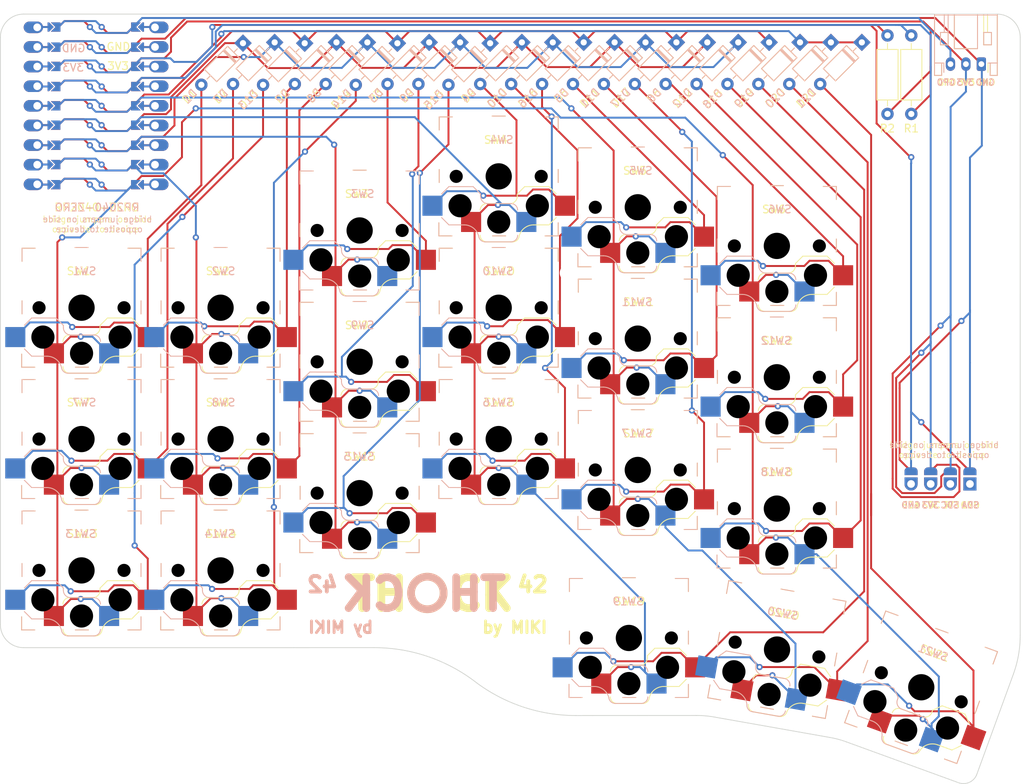
<source format=kicad_pcb>
(kicad_pcb (version 20240108) (generator "pcbnew") (generator_version "8.0")
  (layers (0 "F.Cu" signal) (31 "B.Cu" signal) (34 "B.Paste" user) (35 "F.Paste" user) (36 "B.SilkS" user "B.Silkscreen") (37 "F.SilkS" user "F.Silkscreen") (38 "B.Mask" user) (39 "F.Mask" user) (44 "Edge.Cuts" user))
  (net 0 "")
  (net 1 "Net-(D1-A)")
  (net 2 "Net-(D2-A)")
  (net 3 "Net-(D3-A)")
  (net 4 "Net-(D4-A)")
  (net 5 "Net-(D5-A)")
  (net 6 "Net-(D6-A)")
  (net 7 "Net-(D7-A)")
  (net 8 "Net-(D8-A)")
  (net 9 "Net-(D9-A)")
  (net 10 "Net-(D10-A)")
  (net 11 "Net-(D11-A)")
  (net 12 "Net-(D12-A)")
  (net 13 "Net-(D13-A)")
  (net 14 "Net-(D14-A)")
  (net 15 "Net-(D15-A)")
  (net 16 "Net-(D16-A)")
  (net 17 "Net-(D17-A)")
  (net 18 "Net-(D18-A)")
  (net 19 "Net-(D19-A)")
  (net 20 "Net-(D20-A)")
  (net 21 "Net-(D21-A)")
  (net 22 "OLED_SDC")
  (net 23 "OLED_SDA")
  (net 24 "GND")
  (net 25 "+3V3")
  (net 26 "COL4")
  (net 27 "COL1")
  (net 28 "ROW3")
  (net 29 "COL3")
  (net 30 "COL5")
  (net 31 "COL0")
  (net 32 "ROW2")
  (net 33 "ROW0")
  (net 34 "ROW1")
  (net 35 "COL2")
  (net 46 "GP0")
  (footprint "MountingHole:MountingHole_2.2mm_M2" (layer "F.Cu") (at 213.99 114.213604)
    (property "Reference" "REF**" (hide yes))
    (property "Value" "MountingHole_2.2mm_M2" (hide yes))
  )
  (footprint "thock42:pg1350-RH_silkscreen" (layer "F.Cu") (at 132.5 93 180)
    (property "Reference" "SW9" (hide yes))
    (property "Value" "SW_Push")
  )
  (footprint "thock42:pg1350-RH_silkscreen" (layer "F.Cu") (at 167.347567 128.744542 180)
    (property "Reference" "SW19" (hide yes))
    (property "Value" "SW_Push")
  )
  (footprint "MountingHole:MountingHole_2.2mm_M2" (layer "F.Cu") (at 201.39 68.313604)
    (property "Reference" "REF**" (hide yes))
    (property "Value" "MountingHole_2.2mm_M2" (hide yes))
  )
  (footprint "Diode_THT:D_DO-35_SOD27_P7.62mm_Horizontal" (layer "F.Cu") (at 149.386396 51.768217 -135)
    (property "Reference" "D15")
    (property "Value" "1N4148" (hide yes))
  )
  (footprint "Diode_THT:D_DO-35_SOD27_P7.62mm_Horizontal" (layer "F.Cu") (at 189.498242 51.656371 -135)
    (property "Reference" "D19")
    (property "Value" "1N4148" (hide yes))
  )
  (footprint "Diode_THT:D_DO-35_SOD27_P7.62mm_Horizontal" (layer "F.Cu") (at 125.386396 51.768217 -135)
    (property "Reference" "D13")
    (property "Value" "1N4148" (hide yes))
  )
  (footprint "Diode_THT:D_DO-35_SOD27_P7.62mm_Horizontal" (layer "F.Cu") (at 185.498242 51.656371 -135)
    (property "Reference" "D18")
    (property "Value" "1N4148" (hide yes))
  )
  (footprint "MountingHole:MountingHole_2.2mm_M2" (layer "F.Cu") (at 90 74.5)
    (property "Reference" "REF**" (hide yes))
    (property "Value" "MountingHole_2.2mm_M2" (hide yes))
  )
  (footprint "thock42:pg1350-RH_silkscreen" (layer "F.Cu") (at 132.5 76 180)
    (property "Reference" "SW3" (hide yes))
    (property "Value" "SW_Push")
  )
  (footprint "thock42:pg1350-RH_silkscreen" (layer "F.Cu") (at 168.5 90 180)
    (property "Reference" "SW11" (hide yes))
    (property "Value" "SW_Push")
  )
  (footprint "thock42:pg1350-RH_silkscreen" (layer "F.Cu") (at 186.5 95 180)
    (property "Reference" "SW12" (hide yes))
    (property "Value" "SW_Push")
  )
  (footprint "Diode_THT:D_DO-35_SOD27_P7.62mm_Horizontal" (layer "F.Cu") (at 197.498242 51.656371 -135)
    (property "Reference" "D21")
    (property "Value" "1N4148" (hide yes))
  )
  (footprint "Diode_THT:D_DO-35_SOD27_P7.62mm_Horizontal" (layer "F.Cu") (at 173.498242 51.656371 -135)
    (property "Reference" "D17")
    (property "Value" "1N4148" (hide yes))
  )
  (footprint "Diode_THT:D_DO-35_SOD27_P7.62mm_Horizontal" (layer "F.Cu") (at 157.498242 51.656371 -135)
    (property "Reference" "D10")
    (property "Value" "1N4148" (hide yes))
  )
  (footprint "thock42:pg1350-RH_silkscreen" (layer "F.Cu") (at 114.5 120 180)
    (property "Reference" "SW14" (hide yes))
    (property "Value" "SW_Push")
  )
  (footprint "Diode_THT:D_DO-35_SOD27_P7.62mm_Horizontal" (layer "F.Cu") (at 177.498242 51.656371 -135)
    (property "Reference" "D6")
    (property "Value" "1N4148" (hide yes))
  )
  (footprint "thock42:pg1350-RH_silkscreen" (layer "F.Cu") (at 186.5 112 180)
    (property "Reference" "SW18" (hide yes))
    (property "Value" "SW_Push")
  )
  (footprint "thock42:pg1350-RH_silkscreen" (layer "F.Cu") (at 168.5 107 180)
    (property "Reference" "SW17" (hide yes))
    (property "Value" "SW_Push")
  )
  (footprint "thock42:pg1350-RH_silkscreen" (layer "F.Cu") (at 96.5 103 180)
    (property "Reference" "SW7" (hide yes))
    (property "Value" "SW_Push")
  )
  (footprint "Diode_THT:D_DO-35_SOD27_P7.62mm_Horizontal" (layer "F.Cu") (at 137.386396 51.768217 -135)
    (property "Reference" "D14")
    (property "Value" "1N4148" (hide yes))
  )
  (footprint "Resistor_THT:R_Axial_DIN0207_L6.3mm_D2.5mm_P10.16mm_Horizontal" (layer "F.Cu") (at 203.9 50.76 -90)
    (property "Reference" "R1")
    (property "Value" "R" (hide yes))
  )
  (footprint "thock42:rp2040-zero-tht_nobtm_reversible" (layer "F.Cu") (at 98.388 59.82)
    (property "Reference" "U1" (hide yes))
    (property "Value" "rp2040-zero" (hide yes))
  )
  (footprint "Diode_THT:D_DO-35_SOD27_P7.62mm_Horizontal" (layer "F.Cu") (at 129.498242 51.656371 -135)
    (property "Reference" "D2")
    (property "Value" "1N4148" (hide yes))
  )
  (footprint "Diode_THT:D_DO-35_SOD27_P7.62mm_Horizontal" (layer "F.Cu") (at 193.498242 51.656371 -135)
    (property "Reference" "D20")
    (property "Value" "1N4148" (hide yes))
  )
  (footprint "thock42:pg1350-RH_silkscreen" (layer "F.Cu") (at 96.505 86 180)
    (property "Reference" "SW1" (hide yes))
    (property "Value" "SW_Push")
  )
  (footprint "Diode_THT:D_DO-35_SOD27_P7.62mm_Horizontal" (layer "F.Cu") (at 165.498242 51.656371 -135)
    (property "Reference" "D5")
    (property "Value" "1N4148" (hide yes))
  )
  (footprint "Connector_JST:JST_PH_S3B-PH-K_1x03_P2.00mm_Horizontal" (layer "F.Cu") (at 212.97 54.47 180)
    (property "Reference" "JST_3PIN" (hide yes))
    (property "Value" "Conn_01x03_Socket")
  )
  (footprint "thock42:pg1350-RH_silkscreen" (layer "F.Cu") (at 205.190876 135.125652 160)
    (property "Reference" "SW21" (hide yes))
    (property "Value" "SW_Push")
  )
  (footprint "MountingHole:MountingHole_2.2mm_M2" (layer "F.Cu") (at 110.5 51.9)
    (property "Reference" "REF**" (hide yes))
    (property "Value" "MountingHole_2.2mm_M2" (hide yes))
  )
  (footprint "Resistor_THT:R_Axial_DIN0207_L6.3mm_D2.5mm_P10.16mm_Horizontal" (layer "F.Cu") (at 200.82 50.76 -90)
    (property "Reference" "R2")
    (property "Value" "R" (hide yes))
  )
  (footprint "MountingHole:MountingHole_2.2mm_M2" (layer "F.Cu") (at 213.99 68.313604)
    (property "Reference" "REF**" (hide yes))
    (property "Value" "MountingHole_2.2mm_M2" (hide yes))
  )
  (footprint "thock42:pg1350-RH_silkscreen" (layer "F.Cu") (at 150.5 103 180)
    (property "Reference" "SW16" (hide yes))
    (property "Value" "SW_Push")
  )
  (footprint "MountingHole:MountingHole_2.2mm_M2" (layer "F.Cu") (at 159.5 81.5)
    (property "Reference" "REF**" (hide yes))
    (property "Value" "MountingHole_2.2mm_M2" (hide yes))
  )
  (footprint "thock42:pg1350-RH_silkscreen" (layer "F.Cu") (at 114.5 86 180)
    (property "Reference" "SW2" (hide yes))
    (property "Value" "SW_Push")
  )
  (footprint "Diode_THT:D_DO-35_SOD27_P7.62mm_Horizontal" (layer "F.Cu") (at 121.498242 51.656371 -135)
    (property "Reference" "D7")
    (property "Value" "1N4148" (hide yes))
  )
  (footprint "Diode_THT:D_DO-35_SOD27_P7.62mm_Horizontal" (layer "F.Cu") (at 153.498242 51.656371 -135)
    (property "Reference" "D4")
    (property "Value" "1N4148" (hide yes))
  )
  (footprint "thock42:OLED-128x32-double-sided" (layer "F.Cu") (at 201.69 110.413604 90)
    (property "Reference" "J1" (hide yes))
    (property "Value" "OLED-128x32")
  )
  (footprint "Diode_THT:D_DO-35_SOD27_P7.62mm_Horizontal" (layer "F.Cu") (at 181.498242 51.656371 -135)
    (property "Reference" "D12")
    (property "Value" "1N4148" (hide yes))
  )
  (footprint "Diode_THT:D_DO-35_SOD27_P7.62mm_Horizontal" (layer "F.Cu") (at 141.498242 51.656371 -135)
    (property "Reference" "D3")
    (property "Value" "1N4148" (hide yes))
  )
  (footprint "Diode_THT:D_DO-35_SOD27_P7.62mm_Horizontal" (layer "F.Cu") (at 133.498242 51.656371 -135)
    (property "Reference" "D8")
    (property "Value" "1N4148" (hide yes))
  )
  (footprint "thock42:pg1350-RH_silkscreen" (layer "F.Cu") (at 132.5 110 180)
    (property "Reference" "SW15" (hide yes))
    (property "Value" "SW_Push")
  )
  (footprint "Diode_THT:D_DO-35_SOD27_P7.62mm_Horizontal" (layer "F.Cu") (at 117.398242 51.756371 -135)
    (property "Reference" "D1")
    (property "Value" "1N4148" (hide yes))
  )
  (footprint "Diode_THT:D_DO-35_SOD27_P7.62mm_Horizontal" (layer "F.Cu") (at 145.498242 51.656371 -135)
    (property "Reference" "D9")
    (property "Value" "1N4148" (hide yes))
  )
  (footprint "Diode_THT:D_DO-35_SOD27_P7.62mm_Horizontal" (layer "F.Cu") (at 161.498242 51.656371 -135)
    (property "Reference" "D16")
    (property "Value" "1N4148" (hide yes))
  )
  (footprint "thock42:pg1350-RH_silkscreen" (layer "F.Cu") (at 150.5 69 180)
    (property "Reference" "SW4" (hide yes))
    (property "Value" "SW_Push")
  )
  (footprint "MountingHole:MountingHole_2.2mm_M2" (layer "F.Cu") (at 105.47 111.48)
    (property "Reference" "REF**" (hide yes))
    (property "Value" "MountingHole_2.2mm_M2" (hide yes))
  )
  (footprint "thock42:pg1350-RH_silkscreen" (layer "F.Cu") (at 186.5 78 180)
    (property "Reference" "SW6" (hide yes))
    (property "Value" "SW_Push")
  )
  (footprint "thock42:pg1350-RH_silkscreen" (layer "F.Cu") (at 114.5 103 180)
    (property "Reference" "SW8" (hide yes))
    (property "Value" "SW_Push")
  )
  (footprint "thock42:pg1350-RH_silkscreen" (layer "F.Cu") (at 150.5 86 180)
    (property "Reference" "SW10" (hide yes))
    (property "Value" "SW_Push")
  )
  (footprint "thock42:pg1350-RH_silkscreen" (layer "F.Cu") (at 96.5 120 180)
    (property "Reference" "SW13" (hide yes))
    (property "Value" "SW_Push")
  )
  (footprint "MountingHole:MountingHole_2.2mm_M2" (layer "F.Cu") (at 141.25 122.92)
    (property "Reference" "REF**" (hide yes))
    (property "Value" "MountingHole_2.2mm_M2" (hide yes))
  )
  (footprint "thock42:pg1350-RH_silkscreen" (layer "F.Cu") (at 186.522567 130.244542 170)
    (property "Reference" "SW20" (hide yes))
    (property "Value" "SW_Push")
  )
  (footprint "MountingHole:MountingHole_2.2mm_M2" (layer "F.Cu") (at 201.39 114.213604)
    (property "Reference" "REF**" (hide yes))
    (property "Value" "MountingHole_2.2mm_M2" (hide yes))
  )
  (footprint "Diode_THT:D_DO-35_SOD27_P7.62mm_Horizontal" (layer "F.Cu") (at 169.498242 51.656371 -135)
    (property "Reference" "D11")
    (property "Value" "1N4148" (hide yes))
  )
  (footprint "thock42:pg1350-RH_silkscreen" (layer "F.Cu") (at 168.5 73 180)
    (property "Reference" "SW5" (hide yes))
    (property "Value" "SW_Push")
  )
  (footprint "clipboard:f8cb218a-00fd-4b26-b944-286c5aa5e0d4" (layer "B.Cu") (at 151.596125 55.142408 -135)
    (property "Reference" "")
    (property "Value" "")
  )
  (footprint "clipboard:f8cb218a-00fd-4b26-b944-286c5aa5e0d4" (layer "B.Cu") (at 127.596125 55.142408 -135)
    (property "Reference" "")
    (property "Value" "")
  )
  (footprint "clipboard:f8cb218a-00fd-4b26-b944-286c5aa5e0d4" (layer "B.Cu") (at 123.484279 55.254254 -135)
    (property "Reference" "")
    (property "Value" "")
  )
  (footprint "clipboard:f8cb218a-00fd-4b26-b944-286c5aa5e0d4" (layer "B.Cu") (at 131.596125 55.142408 -135)
    (property "Reference" "")
    (property "Value" "")
  )
  (footprint "clipboard:f8cb218a-00fd-4b26-b944-286c5aa5e0d4" (layer "B.Cu") (at 159.596125 55.142408 -135)
    (property "Reference" "")
    (property "Value" "")
  )
  (footprint "clipboard:f8cb218a-00fd-4b26-b944-286c5aa5e0d4" (layer "B.Cu") (at 179.596125 55.142408 -135)
    (property "Reference" "")
    (property "Value" "")
  )
  (footprint "clipboard:f8cb218a-00fd-4b26-b944-286c5aa5e0d4" (layer "B.Cu") (at 155.596125 55.142408 -135)
    (property "Reference" "")
    (property "Value" "")
  )
  (footprint "clipboard:f8cb218a-00fd-4b26-b944-286c5aa5e0d4" (layer "B.Cu") (at 167.596125 55.142408 -135)
    (property "Reference" "")
    (property "Value" "")
  )
  (footprint "clipboard:f8cb218a-00fd-4b26-b944-286c5aa5e0d4" (layer "B.Cu") (at 191.596125 55.142408 -135)
    (property "Reference" "")
    (property "Value" "")
  )
  (footprint "clipboard:f8cb218a-00fd-4b26-b944-286c5aa5e0d4" (layer "B.Cu") (at 143.596125 55.142408 -135)
    (property "Reference" "")
    (property "Value" "")
  )
  (footprint "clipboard:f8cb218a-00fd-4b26-b944-286c5aa5e0d4" (layer "B.Cu") (at 147.484279 55.254254 -135)
    (property "Reference" "")
    (property "Value" "")
  )
  (footprint "clipboard:093172e0-5c01-45f4-971c-4886d566fe24" (layer "B.Cu") (at 213.83 54.33)
    (property "Reference" "")
    (property "Value" "")
  )
  (footprint "clipboard:f8cb218a-00fd-4b26-b944-286c5aa5e0d4" (layer "B.Cu") (at 115.496125 55.242408 -135)
    (property "Reference" "")
    (property "Value" "")
  )
  (footprint "clipboard:f8cb218a-00fd-4b26-b944-286c5aa5e0d4" (layer "B.Cu") (at 135.484279 55.254254 -135)
    (property "Reference" "")
    (property "Value" "")
  )
  (footprint "clipboard:f8cb218a-00fd-4b26-b944-286c5aa5e0d4" (layer "B.Cu") (at 119.596125 55.142408 -135)
    (property "Reference" "")
    (property "Value" "")
  )
  (footprint "clipboard:f8cb218a-00fd-4b26-b944-286c5aa5e0d4" (layer "B.Cu") (at 187.596125 55.142408 -135)
    (property "Reference" "")
    (property "Value" "")
  )
  (footprint "clipboard:f8cb218a-00fd-4b26-b944-286c5aa5e0d4" (layer "B.Cu") (at 163.596125 55.142408 -135)
    (property "Reference" "")
    (property "Value" "")
  )
  (footprint "clipboard:f8cb218a-00fd-4b26-b944-286c5aa5e0d4" (layer "B.Cu") (at 183.596125 55.142408 -135)
    (property "Reference" "")
    (property "Value" "")
  )
  (footprint "clipboard:f8cb218a-00fd-4b26-b944-286c5aa5e0d4" (layer "B.Cu") (at 195.596125 55.142408 -135)
    (property "Reference" "")
    (property "Value" "")
  )
  (footprint "clipboard:f8cb218a-00fd-4b26-b944-286c5aa5e0d4" (layer "B.Cu") (at 139.596125 55.142408 -135)
    (property "Reference" "")
    (property "Value" "")
  )
  (footprint "clipboard:f8cb218a-00fd-4b26-b944-286c5aa5e0d4" (layer "B.Cu") (at 175.596125 55.142408 -135)
    (property "Reference" "")
    (property "Value" "")
  )
  (footprint "clipboard:f8cb218a-00fd-4b26-b944-286c5aa5e0d4" (layer "B.Cu") (at 171.596125 55.142408 -135)
    (property "Reference" "")
    (property "Value" "")
  )
  (gr_circle (center 141.26 122.92) (end 143.37 122.980284) (stroke (width 1)) (fill none) (layer "B.SilkS"))
  (gr_circle (center 141.26 122.92) (end 139.15 122.980284) (stroke (width 1)) (fill none) (layer "F.SilkS"))
  (gr_arc (start 215 48) (mid 217.12132 48.87868) (end 218 51) (stroke (width 0.1)) (layer "Edge.Cuts"))
  (gr_line (start 212.35 146.475) (end 217.121825 133.4) (stroke (width 0.1)) (layer "Edge.Cuts"))
  (gr_arc (start 134.382281 129.997017) (mid 141.414938 131.174904) (end 147.68 134.58) (stroke (width 0.1)) (layer "Edge.Cuts"))
  (gr_line (start 124 130) (end 134.382281 129.997017) (stroke (width 0.1)) (layer "Edge.Cuts"))
  (gr_line (start 86 51) (end 86 127) (stroke (width 0.1)) (layer "Edge.Cuts"))
  (gr_line (start 160.49 138.784907) (end 176.080004 138.775157) (stroke (width 0.1)) (layer "Edge.Cuts"))
  (gr_arc (start 160.49 138.784907) (mid 153.748759 137.706793) (end 147.68 134.58) (stroke (width 0.1)) (layer "Edge.Cuts"))
  (gr_arc (start 193.270165 141.60596) (mid 194.41 141.85) (end 195.520923 142.203028) (stroke (width 0.1)) (layer "Edge.Cuts"))
  (gr_line (start 217.998396 128.4) (end 218 51) (stroke (width 0.1)) (layer "Edge.Cuts"))
  (gr_arc (start 89 130) (mid 86.87868 129.12132) (end 86 127) (stroke (width 0.1)) (layer "Edge.Cuts"))
  (gr_arc (start 86 51) (mid 86.87868 48.87868) (end 89 48) (stroke (width 0.1)) (layer "Edge.Cuts"))
  (gr_line (start 178.52 139) (end 193.270165 141.60596) (stroke (width 0.1)) (layer "Edge.Cuts"))
  (gr_arc (start 217.998396 128.4) (mid 217.777595 130.938128) (end 217.121825 133.4) (stroke (width 0.1)) (layer "Edge.Cuts"))
  (gr_line (start 195.520923 142.203028) (end 209.922567 147.444542) (stroke (width 0.1)) (layer "Edge.Cuts"))
  (gr_arc (start 176.080004 138.775157) (mid 177.305257 138.830556) (end 178.52 139) (stroke (width 0.1)) (layer "Edge.Cuts"))
  (gr_line (start 215 48) (end 89 48) (stroke (width 0.1)) (layer "Edge.Cuts"))
  (gr_line (start 89 130) (end 124 130) (stroke (width 0.1)) (layer "Edge.Cuts"))
  (gr_arc (start 212.35 146.475) (mid 211.337082 147.462509) (end 209.922567 147.444542) (stroke (width 0.1)) (layer "Edge.Cuts"))
  (gr_text "D11" (at 163.8 58.2 45) (layer "B.SilkS") (effects (font (size 1 1)) (justify left bottom mirror)))
  (gr_text "D10" (at 151.8 58.2 45) (layer "B.SilkS") (effects (font (size 1 1)) (justify left bottom mirror)))
  (gr_text "3V3" (at 207.593094 112.013604 -0) (layer "B.SilkS") (effects (font (size 0.8 0.8) (thickness 0.175) (bold yes)) (justify left bottom mirror)))
  (gr_text "GND" (at 205.193094 112.013604 -0) (layer "B.SilkS") (effects (font (size 0.8 0.8) (thickness 0.175) (bold yes)) (justify left bottom mirror)))
  (gr_text "D6" (at 171.8 58.2 45) (layer "B.SilkS") (effects (font (size 1 1)) (justify left bottom mirror)))
  (gr_text "D2" (at 123.7 58.3 45) (layer "B.SilkS") (effects (font (size 1 1)) (justify left bottom mirror)))
  (gr_text "D20" (at 187.8 58.2 45) (layer "B.SilkS") (effects (font (size 1 1)) (justify left bottom mirror)))
  (gr_text "CK" (at 138.97 125.42 -0) (layer "B.SilkS") (effects (font (size 4 4) (thickness 1) (bold yes)) (justify left bottom mirror)))
  (gr_text "D4" (at 147.8 58.2 45) (layer "B.SilkS") (effects (font (size 1 1)) (justify left bottom mirror)))
  (gr_text "bridge jumpers on side\n  opposite to device" (at 215.29 105.513604 -0) (layer "B.SilkS") (effects (font (size 0.8 0.8) (thickness 0.1)) (justify left bottom mirror)))
  (gr_text "3V3" (at 96.9 55.5 -0) (layer "B.SilkS") (effects (font (size 1 1)) (justify left bottom mirror)))
  (gr_text "D3" (at 135.8 58.2 45) (layer "B.SilkS") (effects (font (size 1 1)) (justify left bottom mirror)))
  (gr_text "SDC" (at 210.193094 112.013604 -0) (layer "B.SilkS") (effects (font (size 0.8 0.8) (thickness 0.175) (bold yes)) (justify left bottom mirror)))
  (gr_text "RP2040-ZERO" (at 104.1 73.6 -0) (layer "B.SilkS") (effects (font (size 1 1)) (justify left bottom mirror)))
  (gr_text "TH" (at 151.94 125.42 -0) (layer "B.SilkS") (effects (font (size 4 4) (thickness 1) (bold yes)) (justify left bottom mirror)))
  (gr_text "D17" (at 167.8 58.2 45) (layer "B.SilkS") (effects (font (size 1 1)) (justify left bottom mirror)))
  (gr_text "D9" (at 139.8 58.2 45) (layer "B.SilkS") (effects (font (size 1 1)) (justify left bottom mirror)))
  (gr_text "D16" (at 155.8 58.2 45) (layer "B.SilkS") (effects (font (size 1 1)) (justify left bottom mirror)))
  (gr_text "bridge jumpers on side\n  opposite to device" (at 105.7 76.3 -0) (layer "B.SilkS") (effects (font (size 0.8 0.8) (thickness 0.1)) (justify left bottom mirror)))
  (gr_text "D18" (at 179.7 58.3 45) (layer "B.SilkS") (effects (font (size 1 1)) (justify left bottom mirror)))
  (gr_text "GP0" (at 209.7 57.3 0) (layer "B.SilkS") (effects (font (size 0.8 0.8) (thickness 0.175) (bold yes)) (justify left bottom mirror)))
  (gr_text "42" (at 129.91 123 -0) (layer "B.SilkS") (effects (font (size 2 2) (thickness 0.5) (bold yes)) (justify left bottom mirror)))
  (gr_text "by MIKI" (at 134.44 128.25 -0) (layer "B.SilkS") (effects (font (size 1.5 1.5) (thickness 0.375) (bold yes)) (justify left bottom mirror)))
  (gr_text "D12" (at 175.8 58.2 45) (layer "B.SilkS") (effects (font (size 1 1)) (justify left bottom mirror)))
  (gr_text "D14" (at 131.7 58.3 45) (layer "B.SilkS") (effects (font (size 1 1)) (justify left bottom mirror)))
  (gr_text "SDA" (at 212.793094 112.013604 -0) (layer "B.SilkS") (effects (font (size 0.8 0.8) (thickness 0.175) (bold yes)) (justify left bottom mirror)))
  (gr_text "D15" (at 143.6 58.4 45) (layer "B.SilkS") (effects (font (size 1 1)) (justify left bottom mirror)))
  (gr_text "GND" (at 214.8 57.3 -0) (layer "B.SilkS") (effects (font (size 0.8 0.8) (thickness 0.175) (bold yes)) (justify left bottom mirror)))
  (gr_text "D13" (at 119.6 58.4 45) (layer "B.SilkS") (effects (font (size 1 1)) (justify left bottom mirror)))
  (gr_text "3V3" (at 212.1 57.3 -0) (layer "B.SilkS") (effects (font (size 0.8 0.8) (thickness 0.175) (bold yes)) (justify left bottom mirror)))
  (gr_text "D21" (at 191.8 58.2 45) (layer "B.SilkS") (effects (font (size 1 1)) (justify left bottom mirror)))
  (gr_text "D1" (at 111.7 58.3 45) (layer "B.SilkS") (effects (font (size 1 1)) (justify left bottom mirror)))
  (gr_text "GND" (at 97.1 53 -0) (layer "B.SilkS") (effects (font (size 1 1)) (justify left bottom mirror)))
  (gr_text "D8" (at 127.8 58.2 45) (layer "B.SilkS") (effects (font (size 1 1)) (justify left bottom mirror)))
  (gr_text "D7" (at 115.7 58.3 45) (layer "B.SilkS") (effects (font (size 1 1)) (justify left bottom mirror)))
  (gr_text "D5" (at 159.8 58.2 45) (layer "B.SilkS") (effects (font (size 1 1)) (justify left bottom mirror)))
  (gr_text "D19" (at 183.8 58.2 45) (layer "B.SilkS") (effects (font (size 1 1)) (justify left bottom mirror)))
  (gr_text "3V3" (at 207.79 112.013604 0) (layer "F.SilkS") (effects (font (size 0.8 0.8) (thickness 0.175) (bold yes)) (justify left bottom)))
  (gr_text "GND" (at 210.19 112.013604 0) (layer "F.SilkS") (effects (font (size 0.8 0.8) (thickness 0.175) (bold yes)) (justify left bottom)))
  (gr_text "bridge jumpers on side\n  opposite to device" (at 200.99 105.513604 0) (layer "F.SilkS") (effects (font (size 0.8 0.8) (thickness 0.1)) (justify left bottom)))
  (gr_text "bridge jumpers on side\n  opposite to device" (at 91.4 76.3 0) (layer "F.SilkS") (effects (font (size 0.8 0.8) (thickness 0.1)) (justify left bottom)))
  (gr_text "SDC" (at 205.19 112.013604 0) (layer "F.SilkS") (effects (font (size 0.8 0.8) (thickness 0.175) (bold yes)) (justify left bottom)))
  (gr_text "by MIKI" (at 148.19 128.25 0) (layer "F.SilkS") (effects (font (size 1.5 1.5) (thickness 0.375) (bold yes)) (justify left bottom)))
  (gr_text "3V3" (at 209.8 57.3 0) (layer "F.SilkS") (effects (font (size 0.8 0.8) (thickness 0.175) (bold yes)) (justify left bottom)))
  (gr_text "GP0" (at 207.2 57.3 0) (layer "F.SilkS") (effects (font (size 0.8 0.8) (thickness 0.175) (bold yes)) (justify left bottom)))
  (gr_text "TH" (at 130.65 125.42 0) (layer "F.SilkS") (effects (font (size 4 4) (thickness 1) (bold yes)) (justify left bottom)))
  (gr_text "CK" (at 143.65 125.42 0) (layer "F.SilkS") (effects (font (size 4 4) (thickness 1) (bold yes)) (justify left bottom)))
  (gr_text "GND" (at 99.65 52.8 0) (layer "F.SilkS") (effects (font (size 1 1)) (justify left bottom)))
  (gr_text "GND" (at 212.2 57.3 0) (layer "F.SilkS") (effects (font (size 0.8 0.8) (thickness 0.175) (bold yes)) (justify left bottom)))
  (gr_text "42" (at 152.66 123 0) (layer "F.SilkS") (effects (font (size 2 2) (thickness 0.5) (bold yes)) (justify left bottom)))
  (gr_text "SDA" (at 202.59 112.013604 0) (layer "F.SilkS") (effects (font (size 0.8 0.8) (thickness 0.175) (bold yes)) (justify left bottom)))
  (gr_text "RP2040-ZERO" (at 92.9 73.6 0) (layer "F.SilkS") (effects (font (size 1 1)) (justify left bottom)))
  (gr_text "3V3" (at 99.75 55.3 0) (layer "F.SilkS") (effects (font (size 1 1)) (justify left bottom)))
  (segment (start 105.075 89.8) (end 105.075 77.070305) (width 0.25) (layer "F.Cu") (net 1))
  (segment (start 105.075 77.070305) (end 112.010088 70.135217) (width 0.25) (layer "F.Cu") (net 1))
  (segment (start 95.3 88.5) (end 100.14835 88.5) (width 0.25) (layer "F.Cu") (net 1))
  (segment (start 100.72335 87.925) (end 103.2 87.925) (width 0.25) (layer "F.Cu") (net 1))
  (segment (start 112.010088 70.135217) (end 112.010088 57.144525) (width 0.25) (layer "F.Cu") (net 1))
  (segment (start 103.2 87.925) (end 105.075 89.8) (width 0.25) (layer "F.Cu") (net 1))
  (segment (start 100.14835 88.5) (end 100.72335 87.925) (width 0.25) (layer "F.Cu") (net 1))
  (via (at 95.3 88.5) (size 0.8) (drill 0.4) (layers "F.Cu" "B.Cu") (net 1))
  (segment (start 94.7 87.9) (end 95.3 88.5) (width 0.25) (layer "B.Cu") (net 1))
  (segment (start 89.825 87.9) (end 94.7 87.9) (width 0.25) (layer "B.Cu") (net 1))
  (segment (start 87.925 89.8) (end 89.825 87.9) (width 0.25) (layer "B.Cu") (net 1))
  (segment (start 118.24835 88.4) (end 118.84835 87.8) (width 0.25) (layer "F.Cu") (net 2))
  (segment (start 123.075 58.079613) (end 124.110088 57.044525) (width 0.25) (layer "F.Cu") (net 2))
  (segment (start 121.075 87.8) (end 123.075 89.8) (width 0.25) (layer "F.Cu") (net 2))
  (segment (start 123.075 89.8) (end 123.075 58.079613) (width 0.25) (layer "F.Cu") (net 2))
  (segment (start 112.4 88.4) (end 118.24835 88.4) (width 0.25) (layer "F.Cu") (net 2))
  (segment (start 118.84835 87.8) (end 121.075 87.8) (width 0.25) (layer "F.Cu") (net 2))
  (via (at 112.4 88.4) (size 0.8) (drill 0.4) (layers "F.Cu" "B.Cu") (net 2))
  (segment (start 105.925 89.8) (end 107.8 87.925) (width 0.25) (layer "B.Cu") (net 2))
  (segment (start 107.8 87.925) (end 111.925 87.925) (width 0.25) (layer "B.Cu") (net 2))
  (segment (start 111.925 87.925) (end 112.4 88.4) (width 0.25) (layer "B.Cu") (net 2))
  (segment (start 139.175 77.9) (end 141.075 79.8) (width 0.25) (layer "F.Cu") (net 3))
  (segment (start 141.075 77.342588) (end 136.110088 72.377676) (width 0.25) (layer "F.Cu") (net 3))
  (segment (start 130.9 78.4) (end 136.24835 78.4) (width 0.25) (layer "F.Cu") (net 3))
  (segment (start 136.24835 78.4) (end 136.74835 77.9) (width 0.25) (layer "F.Cu") (net 3))
  (segment (start 136.74835 77.9) (end 139.175 77.9) (width 0.25) (layer "F.Cu") (net 3))
  (segment (start 136.110088 72.377676) (end 136.110088 57.044525) (width 0.25) (layer "F.Cu") (net 3))
  (segment (start 141.075 79.8) (end 141.075 77.342588) (width 0.25) (layer "F.Cu") (net 3))
  (via (at 130.9 78.4) (size 0.8) (drill 0.4) (layers "F.Cu" "B.Cu") (net 3))
  (segment (start 130.425 77.925) (end 130.9 78.4) (width 0.25) (layer "B.Cu") (net 3))
  (segment (start 123.925 79.8) (end 125.8 77.925) (width 0.25) (layer "B.Cu") (net 3))
  (segment (start 125.8 77.925) (end 130.425 77.925) (width 0.25) (layer "B.Cu") (net 3))
  (segment (start 148.5 71.5) (end 152.8 71.5) (width 0.25) (layer "F.Cu") (net 4))
  (segment (start 154.14835 71.5) (end 154.94835 70.7) (width 0.25) (layer "F.Cu") (net 4))
  (segment (start 154.94835 70.7) (end 156.975 70.7) (width 0.25) (layer "F.Cu") (net 4))
  (segment (start 152.8 71.5) (end 152.8 61.734437) (width 0.25) (layer "F.Cu") (net 4))
  (segment (start 156.975 70.7) (end 159.075 72.8) (width 0.25) (layer "F.Cu") (net 4))
  (segment (start 152.8 71.5) (end 154.14835 71.5) (width 0.25) (layer "F.Cu") (net 4))
  (segment (start 152.8 61.734437) (end 148.110088 57.044525) (width 0.25) (layer "F.Cu") (net 4))
  (via (at 148.5 71.5) (size 0.8) (drill 0.4) (layers "F.Cu" "B.Cu") (net 4))
  (segment (start 143.8 70.925) (end 147.925 70.925) (width 0.25) (layer "B.Cu") (net 4))
  (segment (start 147.925 70.925) (end 148.5 71.5) (width 0.25) (layer "B.Cu") (net 4))
  (segment (start 141.925 72.8) (end 143.8 70.925) (width 0.25) (layer "B.Cu") (net 4))
  (segment (start 172.04835 75.6) (end 172.72335 74.925) (width 0.25) (layer "F.Cu") (net 5))
  (segment (start 167 75.6) (end 172.04835 75.6) (width 0.25) (layer "F.Cu") (net 5))
  (segment (start 177.075 74.009437) (end 160.110088 57.044525) (width 0.25) (layer "F.Cu") (net 5))
  (segment (start 172.72335 74.925) (end 175.2 74.925) (width 0.25) (layer "F.Cu") (net 5))
  (segment (start 175.2 74.925) (end 177.075 76.8) (width 0.25) (layer "F.Cu") (net 5))
  (segment (start 177.075 76.8) (end 177.075 74.009437) (width 0.25) (layer "F.Cu") (net 5))
  (via (at 167 75.6) (size 0.8) (drill 0.4) (layers "F.Cu" "B.Cu") (net 5))
  (segment (start 166.325 74.925) (end 167 75.6) (width 0.25) (layer "B.Cu") (net 5))
  (segment (start 161.8 74.925) (end 166.325 74.925) (width 0.25) (layer "B.Cu") (net 5))
  (segment (start 159.925 76.8) (end 161.8 74.925) (width 0.25) (layer "B.Cu") (net 5))
  (segment (start 195.075 79.342588) (end 172.776937 57.044525) (width 0.25) (layer "F.Cu") (net 6))
  (segment (start 190.04835 80.6) (end 190.72335 79.925) (width 0.25) (layer "F.Cu") (net 6))
  (segment (start 195.075 81.8) (end 195.075 79.342588) (width 0.25) (layer "F.Cu") (net 6))
  (segment (start 193.2 79.925) (end 195.075 81.8) (width 0.25) (layer "F.Cu") (net 6))
  (segment (start 184.7 80.6) (end 190.04835 80.6) (width 0.25) (layer "F.Cu") (net 6))
  (segment (start 172.776937 57.044525) (end 172.110088 57.044525) (width 0.25) (layer "F.Cu") (net 6))
  (segment (start 190.72335 79.925) (end 193.2 79.925) (width 0.25) (layer "F.Cu") (net 6))
  (via (at 184.7 80.6) (size 0.8) (drill 0.4) (layers "F.Cu" "B.Cu") (net 6))
  (segment (start 184.025 79.925) (end 184.7 80.6) (width 0.25) (layer "B.Cu") (net 6))
  (segment (start 179.8 79.925) (end 184.025 79.925) (width 0.25) (layer "B.Cu") (net 6))
  (segment (start 177.925 81.8) (end 179.8 79.925) (width 0.25) (layer "B.Cu") (net 6))
  (segment (start 107.625 75.156701) (end 116.110088 66.671613) (width 0.25) (layer "F.Cu") (net 7))
  (segment (start 107.625 104.25) (end 107.625 75.156701) (width 0.25) (layer "F.Cu") (net 7))
  (segment (start 100.72335 104.925) (end 103.2 104.925) (width 0.25) (layer "F.Cu") (net 7))
  (segment (start 116.110088 66.671613) (end 116.110088 57.044525) (width 0.25) (layer "F.Cu") (net 7))
  (segment (start 95.2 105.8) (end 99.84835 105.8) (width 0.25) (layer "F.Cu") (net 7))
  (segment (start 105.075 106.8) (end 107.625 104.25) (width 0.25) (layer "F.Cu") (net 7))
  (segment (start 99.84835 105.8) (end 100.72335 104.925) (width 0.25) (layer "F.Cu") (net 7))
  (segment (start 103.2 104.925) (end 105.075 106.8) (width 0.25) (layer "F.Cu") (net 7))
  (via (at 95.2 105.8) (size 0.8) (drill 0.4) (layers "F.Cu" "B.Cu") (net 7))
  (segment (start 87.925 106.8) (end 90.207754 104.517246) (width 0.25) (layer "B.Cu") (net 7))
  (segment (start 90.207754 104.517246) (end 93.917246 104.517246) (width 0.25) (layer "B.Cu") (net 7))
  (segment (start 93.917246 104.517246) (end 95.2 105.8) (width 0.25) (layer "B.Cu") (net 7))
  (segment (start 118.72335 104.925) (end 121.2 104.925) (width 0.25) (layer "F.Cu") (net 8))
  (segment (start 114.1 105.5) (end 118.14835 105.5) (width 0.25) (layer "F.Cu") (net 8))
  (segment (start 123.075 106.8) (end 124.7 105.175) (width 0.25) (layer "F.Cu") (net 8))
  (segment (start 124.7 60.454613) (end 128.110088 57.044525) (width 0.25) (layer "F.Cu") (net 8))
  (segment (start 121.2 104.925) (end 123.075 106.8) (width 0.25) (layer "F.Cu") (net 8))
  (segment (start 124.7 105.175) (end 124.7 60.454613) (width 0.25) (layer "F.Cu") (net 8))
  (segment (start 118.14835 105.5) (end 118.72335 104.925) (width 0.25) (layer "F.Cu") (net 8))
  (via (at 114.1 105.5) (size 0.8) (drill 0.4) (layers "F.Cu" "B.Cu") (net 8))
  (segment (start 107.8 104.925) (end 113.525 104.925) (width 0.25) (layer "B.Cu") (net 8))
  (segment (start 113.525 104.925) (end 114.1 105.5) (width 0.25) (layer "B.Cu") (net 8))
  (segment (start 105.925 106.8) (end 107.8 104.925) (width 0.25) (layer "B.Cu") (net 8))
  (segment (start 138.975 94.7) (end 141.075 96.8) (width 0.25) (layer "F.Cu") (net 9))
  (segment (start 131.4 95.6) (end 136.04835 95.6) (width 0.25) (layer "F.Cu") (net 9))
  (segment (start 140.110088 67.689912) (end 140.110088 57.044525) (width 0.25) (layer "F.Cu") (net 9))
  (segment (start 136.94835 94.7) (end 138.975 94.7) (width 0.25) (layer "F.Cu") (net 9))
  (segment (start 139.3 68.7) (end 139.3 68.5) (width 0.25) (layer "F.Cu") (net 9))
  (segment (start 136.04835 95.6) (end 136.94835 94.7) (width 0.25) (layer "F.Cu") (net 9))
  (segment (start 139.3 68.5) (end 140.110088 67.689912) (width 0.25) (layer "F.Cu") (net 9))
  (via (at 131.4 95.6) (size 0.8) (drill 0.4) (layers "F.Cu" "B.Cu") (net 9))
  (via (at 139.3 68.7) (size 0.8) (drill 0.4) (layers "F.Cu" "B.Cu") (net 9))
  (segment (start 139.375 83.190507) (end 139.375 68.775) (width 0.25) (layer "B.Cu") (net 9))
  (segment (start 139.375 68.775) (end 139.3 68.7) (width 0.25) (layer "B.Cu") (net 9))
  (segment (start 123.925 96.8) (end 125.8 94.925) (width 0.25) (layer "B.Cu") (net 9))
  (segment (start 130.2 92.365507) (end 139.375 83.190507) (width 0.25) (layer "B.Cu") (net 9))
  (segment (start 130.2 94.925) (end 130.725 94.925) (width 0.25) (layer "B.Cu") (net 9))
  (segment (start 130.725 94.925) (end 131.4 95.6) (width 0.25) (layer "B.Cu") (net 9))
  (segment (start 125.8 94.925) (end 130.2 94.925) (width 0.25) (layer "B.Cu") (net 9))
  (segment (start 130.2 94.925) (end 130.2 92.365507) (width 0.25) (layer "B.Cu") (net 9))
  (segment (start 151.834493 87.6) (end 156.875 87.6) (width 0.25) (layer "F.Cu") (net 10))
  (segment (start 149 88.4) (end 151.034493 88.4) (width 0.25) (layer "F.Cu") (net 10))
  (segment (start 156.875 87.6) (end 159.075 89.8) (width 0.25) (layer "F.Cu") (net 10))
  (segment (start 158.425 89.15) (end 158.425 76.7) (width 0.25) (layer "F.Cu") (net 10))
  (segment (start 151.034493 88.4) (end 151.834493 87.6) (width 0.25) (layer "F.Cu") (net 10))
  (segment (start 160.7 74.425) (end 160.7 65.634437) (width 0.25) (layer "F.Cu") (net 10))
  (segment (start 159.075 89.8) (end 158.425 89.15) (width 0.25) (layer "F.Cu") (net 10))
  (segment (start 160.7 65.634437) (end 152.110088 57.044525) (width 0.25) (layer "F.Cu") (net 10))
  (segment (start 158.425 76.7) (end 160.7 74.425) (width 0.25) (layer "F.Cu") (net 10))
  (via (at 149 88.4) (size 0.8) (drill 0.4) (layers "F.Cu" "B.Cu") (net 10))
  (segment (start 148.525 87.925) (end 149 88.4) (width 0.25) (layer "B.Cu") (net 10))
  (segment (start 143.8 87.925) (end 148.525 87.925) (width 0.25) (layer "B.Cu") (net 10))
  (segment (start 141.925 89.8) (end 143.8 87.925) (width 0.25) (layer "B.Cu") (net 10))
  (segment (start 178.7 92.175) (end 178.7 71.634437) (width 0.25) (layer "F.Cu") (net 11))
  (segment (start 166.7 92.8) (end 171.84835 92.8) (width 0.25) (layer "F.Cu") (net 11))
  (segment (start 177.075 93.8) (end 178.7 92.175) (width 0.25) (layer "F.Cu") (net 11))
  (segment (start 178.7 71.634437) (end 164.110088 57.044525) (width 0.25) (layer "F.Cu") (net 11))
  (segment (start 171.84835 92.8) (end 172.72335 91.925) (width 0.25) (layer "F.Cu") (net 11))
  (segment (start 172.72335 91.925) (end 175.2 91.925) (width 0.25) (layer "F.Cu") (net 11))
  (segment (start 175.2 91.925) (end 177.075 93.8) (width 0.25) (layer "F.Cu") (net 11))
  (via (at 166.7 92.8) (size 0.8) (drill 0.4) (layers "F.Cu" "B.Cu") (net 11))
  (segment (start 159.925 93.8) (end 161.8 91.925) (width 0.25) (layer "B.Cu") (net 11))
  (segment (start 165.825 91.925) (end 166.7 92.8) (width 0.25) (layer "B.Cu") (net 11))
  (segment (start 161.8 91.925) (end 165.825 91.925) (width 0.25) (layer "B.Cu") (net 11))
  (segment (start 190.72335 96.925) (end 193.2 96.925) (width 0.25) (layer "F.Cu") (net 12))
  (segment (start 176.110088 57.044525) (end 196.9 77.834438) (width 0.25) (layer "F.Cu") (net 12))
  (segment (start 185 97.8) (end 189.84835 97.8) (width 0.25) (layer "F.Cu") (net 12))
  (segment (start 196.9 92.8) (end 195.075 94.625) (width 0.25) (layer "F.Cu") (net 12))
  (segment (start 189.84835 97.8) (end 190.72335 96.925) (width 0.25) (layer "F.Cu") (net 12))
  (segment (start 196.9 77.834438) (end 196.9 92.8) (width 0.25) (layer "F.Cu") (net 12))
  (segment (start 193.2 96.925) (end 195.075 98.8) (width 0.25) (layer "F.Cu") (net 12))
  (segment (start 195.075 94.625) (end 195.075 98.8) (width 0.25) (layer "F.Cu") (net 12))
  (via (at 185 97.8) (size 0.8) (drill 0.4) (layers "F.Cu" "B.Cu") (net 12))
  (segment (start 184.125 96.925) (end 185 97.8) (width 0.25) (layer "B.Cu") (net 12))
  (segment (start 177.925 98.8) (end 179.8 96.925) (width 0.25) (layer "B.Cu") (net 12))
  (segment (start 179.8 96.925) (end 184.125 96.925) (width 0.25) (layer "B.Cu") (net 12))
  (segment (start 109.553503 74.253504) (end 119.998242 63.808765) (width 0.25) (layer "F.Cu") (net 13))
  (segment (start 103.2 121.925) (end 105.075 123.8) (width 0.25) (layer "F.Cu") (net 13))
  (segment (start 99.94835 122.7) (end 100.72335 121.925) (width 0.25) (layer "F.Cu") (net 13))
  (segment (start 105.075 118.475) (end 105.075 123.8) (width 0.25) (layer "F.Cu") (net 13))
  (segment (start 103.38 116.78) (end 105.075 118.475) (width 0.25) (layer "F.Cu") (net 13))
  (segment (start 119.998242 63.808765) (end 119.998242 57.156371) (width 0.25) (layer "F.Cu") (net 13))
  (segment (start 95.1 122.7) (end 99.94835 122.7) (width 0.25) (layer "F.Cu") (net 13))
  (segment (start 100.72335 121.925) (end 103.2 121.925) (width 0.25) (layer "F.Cu") (net 13))
  (via (at 103.38 116.78) (size 0.8) (drill 0.4) (layers "F.Cu" "B.Cu") (net 13))
  (via (at 95.1 122.7) (size 0.8) (drill 0.4) (layers "F.Cu" "B.Cu") (net 13))
  (via (at 109.553503 74.253504) (size 0.8) (drill 0.4) (layers "F.Cu" "B.Cu") (net 13))
  (segment (start 89.8 121.925) (end 94.325 121.925) (width 0.25) (layer "B.Cu") (net 13))
  (segment (start 103.375 80.432007) (end 109.553503 74.253504) (width 0.25) (layer "B.Cu") (net 13))
  (segment (start 103.375 109.975) (end 103.375 80.432007) (width 0.25) (layer "B.Cu") (net 13))
  (segment (start 87.925 123.8) (end 89.8 121.925) (width 0.25) (layer "B.Cu") (net 13))
  (segment (start 94.325 121.925) (end 95.1 122.7) (width 0.25) (layer "B.Cu") (net 13))
  (segment (start 103.375 116.775) (end 103.38 116.78) (width 0.25) (layer "B.Cu") (net 13))
  (segment (start 103.375 109.975) (end 103.375 116.775) (width 0.25) (layer "B.Cu") (net 13))
  (segment (start 121.45 122.175) (end 121.45 111.85) (width 0.25) (layer "F.Cu") (net 14))
  (segment (start 131.998242 59.226758) (end 131.998242 57.156371) (width 0.25) (layer "F.Cu") (net 14))
  (segment (start 121.2 121.925) (end 123.075 123.8) (width 0.25) (layer "F.Cu") (net 14))
  (segment (start 123.075 123.8) (end 121.45 122.175) (width 0.25) (layer "F.Cu") (net 14))
  (segment (start 121.45 111.85) (end 121.4 111.8) (width 0.25) (layer "F.Cu") (net 14))
  (segment (start 118.72335 121.925) (end 121.2 121.925) (width 0.25) (layer "F.Cu") (net 14))
  (segment (start 113.4 122.4) (end 118.24835 122.4) (width 0.25) (layer "F.Cu") (net 14))
  (segment (start 118.24835 122.4) (end 118.72335 121.925) (width 0.25) (layer "F.Cu") (net 14))
  (segment (start 125.425 65.8) (end 131.998242 59.226758) (width 0.25) (layer "F.Cu") (net 14))
  (via (at 113.4 122.4) (size 0.8) (drill 0.4) (layers "F.Cu" "B.Cu") (net 14))
  (via (at 121.4 111.8) (size 0.8) (drill 0.4) (layers "F.Cu" "B.Cu") (net 14))
  (via (at 125.425 65.8) (size 0.8) (drill 0.4) (layers "F.Cu" "B.Cu") (net 14))
  (segment (start 105.925 123.8) (end 107.8 121.925) (width 0.25) (layer "B.Cu") (net 14))
  (segment (start 107.8 121.925) (end 112.925 121.925) (width 0.25) (layer "B.Cu") (net 14))
  (segment (start 121.4 69.825) (end 125.425 65.8) (width 0.25) (layer "B.Cu") (net 14))
  (segment (start 112.925 121.925) (end 113.4 122.4) (width 0.25) (layer "B.Cu") (net 14))
  (segment (start 121.4 111.8) (end 121.4 69.825) (width 0.25) (layer "B.Cu") (net 14))
  (segment (start 131.2 112.6) (end 136.04835 112.6) (width 0.25) (layer "F.Cu") (net 15))
  (segment (start 136.04835 112.6) (end 136.72335 111.925) (width 0.25) (layer "F.Cu") (net 15))
  (segment (start 140.290623 68.563362) (end 143.998242 64.855743) (width 0.25) (layer "F.Cu") (net 15))
  (segment (start 136.72335 111.925) (end 139.2 111.925) (width 0.25) (layer "F.Cu") (net 15))
  (segment (start 143.998242 64.855743) (end 143.998242 57.156371) (width 0.25) (layer "F.Cu") (net 15))
  (segment (start 139.2 111.925) (end 141.075 113.8) (width 0.25) (layer "F.Cu") (net 15))
  (via (at 131.2 112.6) (size 0.8) (drill 0.4) (layers "F.Cu" "B.Cu") (net 15))
  (via (at 140.290623 68.563362) (size 0.8) (drill 0.4) (layers "F.Cu" "B.Cu") (net 15))
  (segment (start 130.425 107.8) (end 140.290623 97.934377) (width 0.25) (layer "B.Cu") (net 15))
  (segment (start 130.525 111.925) (end 130.425 111.825) (width 0.25) (layer "B.Cu") (net 15))
  (segment (start 130.525 111.925) (end 131.2 112.6) (width 0.25) (layer "B.Cu") (net 15))
  (segment (start 125.8 111.925) (end 130.525 111.925) (width 0.25) (layer "B.Cu") (net 15))
  (segment (start 140.290623 97.934377) (end 140.290623 68.563362) (width 0.25) (layer "B.Cu") (net 15))
  (segment (start 130.425 111.825) (end 130.425 107.8) (width 0.25) (layer "B.Cu") (net 15))
  (segment (start 123.925 113.8) (end 125.8 111.925) (width 0.25) (layer "B.Cu") (net 15))
  (segment (start 159.075 96.375) (end 156.5 93.8) (width 0.25) (layer "F.Cu") (net 16))
  (segment (start 149.7 105.8) (end 153.84835 105.8) (width 0.25) (layer "F.Cu") (net 16))
  (segment (start 159.075 106.8) (end 159.075 96.375) (width 0.25) (layer "F.Cu") (net 16))
  (segment (start 157.2 104.925) (end 159.075 106.8) (width 0.25) (layer "F.Cu") (net 16))
  (segment (start 157.345434 61.254566) (end 156.110088 60.01922) (width 0.25) (layer "F.Cu") (net 16))
  (segment (start 156.110088 60.01922) (end 156.110088 57.044525) (width 0.25) (layer "F.Cu") (net 16))
  (segment (start 153.84835 105.8) (end 154.72335 104.925) (width 0.25) (layer "F.Cu") (net 16))
  (segment (start 154.72335 104.925) (end 157.2 104.925) (width 0.25) (layer "F.Cu") (net 16))
  (via (at 156.5 93.8) (size 0.8) (drill 0.4) (layers "F.Cu" "B.Cu") (net 16))
  (via (at 149.7 105.8) (size 0.8) (drill 0.4) (layers "F.Cu" "B.Cu") (net 16))
  (via (at 157.345434 61.254566) (size 0.8) (drill 0.4) (layers "F.Cu" "B.Cu") (net 16))
  (segment (start 157.375 61.284132) (end 157.345434 61.254566) (width 0.25) (layer "B.Cu") (net 16))
  (segment (start 143.8 104.925) (end 148.825 104.925) (width 0.25) (layer "B.Cu") (net 16))
  (segment (start 141.925 106.8) (end 143.8 104.925) (width 0.25) (layer "B.Cu") (net 16))
  (segment (start 156.5 93.8) (end 157.375 92.925) (width 0.25) (layer "B.Cu") (net 16))
  (segment (start 148.825 104.925) (end 149.7 105.8) (width 0.25) (layer "B.Cu") (net 16))
  (segment (start 157.375 92.925) (end 157.375 61.284132) (width 0.25) (layer "B.Cu") (net 16))
  (segment (start 177.075 100.875) (end 175.5 99.3) (width 0.25) (layer "F.Cu") (net 17))
  (segment (start 167 109.8) (end 171.84835 109.8) (width 0.25) (layer "F.Cu") (net 17))
  (segment (start 171.84835 109.8) (end 172.74835 108.9) (width 0.25) (layer "F.Cu") (net 17))
  (segment (start 168.110088 57.044525) (end 174.25 63.184437) (width 0.25) (layer "F.Cu") (net 17))
  (segment (start 177.075 110.8) (end 177.075 100.875) (width 0.25) (layer "F.Cu") (net 17))
  (segment (start 172.74835 108.9) (end 175.175 108.9) (width 0.25) (layer "F.Cu") (net 17))
  (segment (start 174.25 63.184437) (end 174.25 63.25) (width 0.25) (layer "F.Cu") (net 17))
  (segment (start 175.175 108.9) (end 177.075 110.8) (width 0.25) (layer "F.Cu") (net 17))
  (via (at 167 109.8) (size 0.8) (drill 0.4) (layers "F.Cu" "B.Cu") (net 17))
  (via (at 174.25 63.25) (size 0.8) (drill 0.4) (layers "F.Cu" "B.Cu") (net 17))
  (via (at 175.5 99.3) (size 0.8) (drill 0.4) (layers "F.Cu" "B.Cu") (net 17))
  (segment (start 159.925 110.8) (end 161.8 108.925) (width 0.25) (layer "B.Cu") (net 17))
  (segment (start 174.25 63.25) (end 175.5 64.5) (width 0.25) (layer "B.Cu") (net 17))
  (segment (start 161.8 108.925) (end 166.125 108.925) (width 0.25) (layer "B.Cu") (net 17))
  (segment (start 166.125 108.925) (end 167 109.8) (width 0.25) (layer "B.Cu") (net 17))
  (segment (start 175.5 64.5) (end 175.5 99.3) (width 0.25) (layer "B.Cu") (net 17))
  (segment (start 189.74835 114.9) (end 190.72335 113.925) (width 0.25) (layer "F.Cu") (net 18))
  (segment (start 197.35 74.284437) (end 197.35 113.525) (width 0.25) (layer "F.Cu") (net 18))
  (segment (start 193.2 113.925) (end 195.075 115.8) (width 0.25) (layer "F.Cu") (net 18))
  (segment (start 180.110088 57.044525) (end 197.35 74.284437) (width 0.25) (layer "F.Cu") (net 18))
  (segment (start 185.1 114.9) (end 189.74835 114.9) (width 0.25) (layer "F.Cu") (net 18))
  (segment (start 197.35 113.525) (end 195.075 115.8) (width 0.25) (layer "F.Cu") (net 18))
  (segment (start 190.72335 113.925) (end 193.2 113.925) (width 0.25) (layer "F.Cu") (net 18))
  (via (at 185.1 114.9) (size 0.8) (drill 0.4) (layers "F.Cu" "B.Cu") (net 18))
  (segment (start 184.125 113.925) (end 185.1 114.9) (width 0.25) (layer "B.Cu") (net 18))
  (segment (start 177.925 115.8) (end 179.8 113.925) (width 0.25) (layer "B.Cu") (net 18))
  (segment (start 179.8 113.925) (end 184.125 113.925) (width 0.25) (layer "B.Cu") (net 18))
  (segment (start 197.8 70.734438) (end 184.110088 57.044525) (width 0.25) (layer "F.Cu") (net 19))
  (segment (start 192.5 128.01) (end 197.8 122.71) (width 0.25) (layer "F.Cu") (net 19))
  (segment (start 175.922567 132.544542) (end 180.457109 128.01) (width 0.25) (layer "F.Cu") (net 19))
  (segment (start 171.570917 130.669542) (end 174.047567 130.669542) (width 0.25) (layer "F.Cu") (net 19))
  (segment (start 180.457109 128.01) (end 192.5 128.01) (width 0.25) (layer "F.Cu") (net 19))
  (segment (start 197.8 122.71) (end 197.8 70.734438) (width 0.25) (layer "F.Cu") (net 19))
  (segment (start 165.35 131.76) (end 170.480459 131.76) (width 0.25) (layer "F.Cu") (net 19))
  (segment (start 174.047567 130.669542) (end 175.922567 132.544542) (width 0.25) (layer "F.Cu") (net 19))
  (segment (start 170.480459 131.76) (end 171.570917 130.669542) (width 0.25) (layer "F.Cu") (net 19))
  (via (at 165.35 131.76) (size 0.8) (drill 0.4) (layers "F.Cu" "B.Cu") (net 19))
  (segment (start 158.772567 132.544542) (end 160.647567 130.669542) (width 0.25) (layer "B.Cu") (net 19))
  (segment (start 164.259542 130.669542) (end 165.35 131.76) (width 0.25) (layer "B.Cu") (net 19))
  (segment (start 160.647567 130.669542) (end 164.259542 130.669542) (width 0.25) (layer "B.Cu") (net 19))
  (segment (start 194.307431 133.082569) (end 198.25 129.14) (width 0.25) (layer "F.Cu") (net 20))
  (segment (start 194.307431 135.475844) (end 194.307431 133.082569) (width 0.25) (layer "F.Cu") (net 20))
  (segment (start 198.25 67.184438) (end 188.110088 57.044525) (width 0.25) (layer "F.Cu") (net 20))
  (segment (start 198.25 129.14) (end 198.25 67.184438) (width 0.25) (layer "F.Cu") (net 20))
  (segment (start 184.26 132.51) (end 191.341587 132.51) (width 0.25) (layer "F.Cu") (net 20))
  (segment (start 191.341587 132.51) (end 194.307431 135.475844) (width 0.25) (layer "F.Cu") (net 20))
  (via (at 184.26 132.51) (size 0.8) (drill 0.4) (layers "F.Cu" "B.Cu") (net 20))
  (segment (start 178.672187 131.24357) (end 182.99357 131.24357) (width 0.25) (layer "B.Cu") (net 20))
  (segment (start 182.99357 131.24357) (end 184.26 132.51) (width 0.25) (layer "B.Cu") (net 20))
  (segment (start 177.417978 132.497779) (end 178.672187 131.24357) (width 0.25) (layer "B.Cu") (net 20))
  (segment (start 198.7 119.72) (end 198.7 110.07) (width 0.25) (layer "F.Cu") (net 21))
  (segment (start 211.949064 140.239064) (end 211.949064 141.629307) (width 0.25) (layer "F.Cu") (net 21))
  (segment (start 204.331762 138.231762) (end 209.941762 138.231762) (width 0.25) (layer "F.Cu") (net 21))
  (segment (start 203.62 137.52) (end 204.331762 138.231762) (width 0.25) (layer "F.Cu") (net 21))
  (segment (start 198.7 63.634436) (end 192.110088 57.044525) (width 0.25) (layer "F.Cu") (net 21))
  (segment (start 209.941762 138.231762) (end 211.949064 140.239064) (width 0.25) (layer "F.Cu") (net 21))
  (segment (start 211.949064 132.969064) (end 198.7 119.72) (width 0.25) (layer "F.Cu") (net 21))
  (segment (start 198.7 112.9) (end 198.7 63.634436) (width 0.25) (layer "F.Cu") (net 21))
  (segment (start 211.949064 141.629307) (end 211.949064 132.969064) (width 0.25) (layer "F.Cu") (net 21))
  (via (at 203.62 137.52) (size 0.8) (drill 0.4) (layers "F.Cu" "B.Cu") (net 21))
  (segment (start 195.833335 135.763661) (end 196.847603 134.749393) (width 0.25) (layer "B.Cu") (net 21))
  (segment (start 196.847603 134.749393) (end 200.849393 134.749393) (width 0.25) (layer "B.Cu") (net 21))
  (segment (start 200.849393 134.749393) (end 203.62 137.52) (width 0.25) (layer "B.Cu") (net 21))
  (segment (start 202.715 109.988604) (end 201.94 109.213604) (width 0.25) (layer "F.Cu") (net 22))
  (segment (start 201.94 109.213604) (end 201.94 95.08891) (width 0.25) (layer "F.Cu") (net 22))
  (segment (start 208.44138 107.162604) (end 208.95 107.162604) (width 0.25) (layer "F.Cu") (net 22))
  (segment (start 207.775 109.128604) (end 207.775 107.828984) (width 0.25) (layer "F.Cu") (net 22))
  (segment (start 206.915 109.988604) (end 202.715 109.988604) (width 0.25) (layer "F.Cu") (net 22))
  (segment (start 207.775 107.828984) (end 208.44138 107.162604) (width 0.25) (layer "F.Cu") (net 22))
  (segment (start 206.915 109.988604) (end 207.775 109.128604) (width 0.25) (layer "F.Cu") (net 22))
  (segment (start 201.94 95.08891) (end 205.202653 91.826257) (width 0.25) (layer "F.Cu") (net 22))
  (via (at 205.202653 91.826257) (size 0.8) (drill 0.4) (layers "F.Cu" "B.Cu") (net 22))
  (segment (start 206.41 90.413604) (end 206.41 50.716396) (width 0.25) (layer "B.Cu") (net 22))
  (segment (start 206.41 50.716396) (end 206.251802 50.558198) (width 0.25) (layer "B.Cu") (net 22))
  (segment (start 109.945 56.255) (end 104.291 56.255) (width 0.25) (layer "B.Cu") (net 22))
  (segment (start 113.874193 50.257017) (end 113.874193 52.325807) (width 0.25) (layer "B.Cu") (net 22))
  (segment (start 202.54 49.4) (end 202.2 49.4) (width 0.25) (layer "B.Cu") (net 22))
  (segment (start 206.41 90.61891) (end 206.41 90.413604) (width 0.25) (layer "B.Cu") (net 22))
  (segment (start 201.9 49.4) (end 114.73121 49.4) (width 0.25) (layer "B.Cu") (net 22))
  (segment (start 104.291 56.255) (end 103.176 57.37) (width 0.25) (layer "B.Cu") (net 22))
  (segment (start 206.251802 50.558198) (end 205.093604 49.4) (width 0.25) (layer "B.Cu") (net 22))
  (segment (start 202.2 49.4) (end 201.9 49.4) (width 0.25) (layer "B.Cu") (net 22))
  (segment (start 113.874193 52.325807) (end 109.945 56.255) (width 0.25) (layer "B.Cu") (net 22))
  (segment (start 114.73121 49.4) (end 113.874193 50.257017) (width 0.25) (layer "B.Cu") (net 22))
  (segment (start 206.41 90.413604) (end 206.41 107.162604) (width 0.25) (layer "B.Cu") (net 22))
  (segment (start 205.202653 91.826257) (end 206.41 90.61891) (width 0.25) (layer "B.Cu") (net 22))
  (segment (start 205.093604 49.4) (end 202.2 49.4) (width 0.25) (layer "B.Cu") (net 22))
  (segment (start 203.9 50.76) (end 202.54 49.4) (width 0.25) (layer "B.Cu") (net 22))
  (segment (start 113.705904 49.4) (end 113.431739 49.674165) (width 0.25) (layer "F.Cu") (net 23))
  (segment (start 198.63 49.4) (end 199.41 50.18) (width 0.25) (layer "F.Cu") (net 23))
  (segment (start 199.41 62.143172) (end 199.478414 62.211586) (width 0.25) (layer "F.Cu") (net 23))
  (segment (start 199.41 50.18) (end 199.41 62.143172) (width 0.25) (layer "F.Cu") (net 23))
  (segment (start 114.73121 49.4) (end 113.705904 49.4) (width 0.25) (layer "F.Cu") (net 23))
  (segment (start 198.63 49.4) (end 199 49.4) (width 0.25) (layer "F.Cu") (net 23))
  (segment (start 115.7 49.4) (end 114.73121 49.4) (width 0.25) (layer "F.Cu") (net 23))
  (segment (start 203.780431 66.513604) (end 199.478414 62.211586) (width 0.25) (layer "F.Cu") (net 23))
  (segment (start 203.89 66.513604) (end 203.780431 66.513604) (width 0.25) (layer "F.Cu") (net 23))
  (segment (start 115.7 49.4) (end 198.63 49.4) (width 0.25) (layer "F.Cu") (net 23))
  (segment (start 199 49.4) (end 199.32 49.4) (width 0.25) (layer "F.Cu") (net 23))
  (segment (start 211.49 107.162604) (end 205.19 100.862604) (width 0.25) (layer "F.Cu") (net 23))
  (segment (start 199.478414 62.211586) (end 199.4 62.133173) (width 0.25) (layer "F.Cu") (net 23))
  (segment (start 200.82 50.76) (end 199.46 49.4) (width 0.25) (layer "F.Cu") (net 23))
  (segment (start 199.46 49.4) (end 199 49.4) (width 0.25) (layer "F.Cu") (net 23))
  (segment (start 205.19 100.862604) (end 205.19 100.813604) (width 0.25) (layer "F.Cu") (net 23))
  (via (at 205.19 100.813604) (size 0.8) (drill 0.4) (layers "F.Cu" "B.Cu") (net 23))
  (via (at 203.89 66.513604) (size 0.8) (drill 0.4) (layers "F.Cu" "B.Cu") (net 23))
  (via (at 113.431739 49.674165) (size 0.8) (drill 0.4) (layers "F.Cu" "B.Cu") (net 23))
  (segment (start 104.231 53.715) (end 103.176 54.77) (width 0.25) (layer "B.Cu") (net 23))
  (segment (start 113.424193 52.139411) (end 111.381802 54.181802) (width 0.25) (layer "B.Cu") (net 23))
  (segment (start 111.381802 54.181802) (end 108.466802 54.181802) (width 0.25) (layer "B.Cu") (net 23))
  (segment (start 203.87 106.113604) (end 203.87 107.162604) (width 0.25) (layer "B.Cu") (net 23))
  (segment (start 203.89 67.313604) (end 203.87 67.333604) (width 0.25) (layer "B.Cu") (net 23))
  (segment (start 113.431739 49.674165) (end 113.424193 49.681711) (width 0.25) (layer "B.Cu") (net 23))
  (segment (start 203.87 99.513604) (end 203.87 106.113604) (width 0.25) (layer "B.Cu") (net 23))
  (segment (start 108.466802 54.181802) (end 108 53.715) (width 0.25) (layer "B.Cu") (net 23))
  (segment (start 113.424193 49.681711) (end 113.424193 52.139411) (width 0.25) (layer "B.Cu") (net 23))
  (segment (start 203.89 99.513604) (end 203.87 99.513604) (width 0.25) (layer "B.Cu") (net 23))
  (segment (start 203.89 66.513604) (end 203.89 67.313604) (width 0.25) (layer "B.Cu") (net 23))
  (segment (start 108 53.715) (end 104.231 53.715) (width 0.25) (layer "B.Cu") (net 23))
  (segment (start 205.19 100.813604) (end 203.89 99.513604) (width 0.25) (layer "B.Cu") (net 23))
  (segment (start 203.87 67.333604) (end 203.87 99.513604) (width 0.25) (layer "B.Cu") (net 23))
  (segment (start 104.271 51.175) (end 107.325 51.175) (width 0.25) (layer "F.Cu") (net 24))
  (segment (start 203.87 107.162604) (end 202.39 105.682604) (width 0.25) (layer "F.Cu") (net 24))
  (segment (start 103.176 52.27) (end 104.271 51.175) (width 0.25) (layer "F.Cu") (net 24))
  (segment (start 203.69 94.413604) (end 210.39 87.713604) (width 0.25) (layer "F.Cu") (net 24))
  (segment (start 107.325 51.175) (end 110 48.5) (width 0.25) (layer "F.Cu") (net 24))
  (segment (start 207 48.5) (end 212.97 54.47) (width 0.25) (layer "F.Cu") (net 24))
  (segment (start 202.39 105.682604) (end 202.39 96.413604) (width 0.25) (layer "F.Cu") (net 24))
  (segment (start 202.39 96.413604) (end 202.39 95.713604) (width 0.25) (layer "F.Cu") (net 24))
  (segment (start 110 48.5) (end 207 48.5) (width 0.25) (layer "F.Cu") (net 24))
  (segment (start 202.39 95.713604) (end 203.49 94.613604) (width 0.25) (layer "F.Cu") (net 24))
  (segment (start 203.49 94.613604) (end 203.69 94.413604) (width 0.25) (layer "F.Cu") (net 24))
  (via (at 210.39 87.713604) (size 0.8) (drill 0.4) (layers "F.Cu" "B.Cu") (net 24))
  (segment (start 211.49 86.613604) (end 211.49 86.313604) (width 0.25) (layer "B.Cu") (net 24))
  (segment (start 211.49 107.162604) (end 211.49 105.413604) (width 0.25) (layer "B.Cu") (net 24))
  (segment (start 211.49 93.113604) (end 211.49 86.313604) (width 0.25) (layer "B.Cu") (net 24))
  (segment (start 213.03 65.023604) (end 211.49 66.563604) (width 0.25) (layer "B.Cu") (net 24))
  (segment (start 211.49 105.413604) (end 211.49 93.113604) (width 0.25) (layer "B.Cu") (net 24))
  (segment (start 210.39 87.713604) (end 211.49 86.613604) (width 0.25) (layer "B.Cu") (net 24))
  (segment (start 213.03 54.453604) (end 213.03 65.023604) (width 0.25) (layer "B.Cu") (net 24))
  (segment (start 211.49 66.563604) (end 211.49 86.313604) (width 0.25) (layer "B.Cu") (net 24))
  (segment (start 206.85 50.35) (end 206.21 49.71) (width 0.25) (layer "F.Cu") (net 25))
  (segment (start 207.245091 106.327513) (end 209.723909 106.327513) (width 0.25) (layer "F.Cu") (net 25))
  (segment (start 110.186396 48.95) (end 108.083 51.053396) (width 0.25) (layer "F.Cu") (net 25))
  (segment (start 206.605 50.105) (end 206.21 49.71) (width 0.25) (layer "F.Cu") (net 25))
  (segment (start 206.21 49.71) (end 205.8 49.3) (width 0.25) (layer "F.Cu") (net 25))
  (segment (start 206.805 50.305) (end 206.605 50.105) (width 0.25) (layer "F.Cu") (net 25))
  (segment (start 210.97 54.47) (end 207.355 50.855) (width 0.25) (layer "F.Cu") (net 25))
  (segment (start 201.49 108.113604) (end 201.49 94.513604) (width 0.25) (layer "F.Cu") (net 25))
  (segment (start 104.231 53.715) (end 103.176 54.77) (width 0.25) (layer "F.Cu") (net 25))
  (segment (start 206.4 54.8) (end 206.4 49.9) (width 0.25) (layer "F.Cu") (net 25))
  (segment (start 206.4 49.9) (end 205.8 49.3) (width 0.25) (layer "F.Cu") (net 25))
  (segment (start 107.235 53.715) (end 104.231 53.715) (width 0.25) (layer "F.Cu") (net 25))
  (segment (start 108.083 52.867) (end 107.235 53.715) (width 0.25) (layer "F.Cu") (net 25))
  (segment (start 206.4 58.42) (end 206.4 54.8) (width 0.25) (layer "F.Cu") (net 25))
  (segment (start 205.8 49.3) (end 205.45 48.95) (width 0.25) (layer "F.Cu") (net 25))
  (segment (start 201.49 109.413604) (end 201.49 108.113604) (width 0.25) (layer "F.Cu") (net 25))
  (segment (start 108.083 51.053396) (end 108.083 52.867) (width 0.25) (layer "F.Cu") (net 25))
  (segment (start 203.19 48.95) (end 110.186396 48.95) (width 0.25) (layer "F.Cu") (net 25))
  (segment (start 209.723909 106.327513) (end 210.13 106.733604) (width 0.25) (layer "F.Cu") (net 25))
  (segment (start 203.38 48.95) (end 203.19 48.95) (width 0.25) (layer "F.Cu") (net 25))
  (segment (start 205.45 48.95) (end 203.38 48.95) (width 0.25) (layer "F.Cu") (net 25))
  (segment (start 200.82 60.92) (end 206.4 55.34) (width 0.25) (layer "F.Cu") (net 25))
  (segment (start 207.29 110.513604) (end 202.59 110.513604) (width 0.25) (layer "F.Cu") (net 25))
  (segment (start 206.41 107.162604) (end 207.245091 106.327513) (width 0.25) (layer "F.Cu") (net 25))
  (segment (start 210.13 106.733604) (end 210.13 109.773604) (width 0.25) (layer "F.Cu") (net 25))
  (segment (start 210.13 109.773604) (end 209.39 110.513604) (width 0.25) (layer "F.Cu") (net 25))
  (segment (start 207.355 50.855) (end 206.805 50.305) (width 0.25) (layer "F.Cu") (net 25))
  (segment (start 209.39 110.513604) (end 207.29 110.513604) (width 0.25) (layer "F.Cu") (net 25))
  (segment (start 203.9 60.92) (end 206.4 58.42) (width 0.25) (layer "F.Cu") (net 25))
  (segment (start 202.59 110.513604) (end 201.49 109.413604) (width 0.25) (layer "F.Cu") (net 25))
  (segment (start 201.49 94.513604) (end 207.69 88.313604) (width 0.25) (layer "F.Cu") (net 25))
  (segment (start 206.4 55.34) (end 206.4 54.8) (width 0.25) (layer "F.Cu") (net 25))
  (via (at 207.69 88.313604) (size 0.8) (drill 0.4) (layers "F.Cu" "B.Cu") (net 25))
  (segment (start 208.99 106.213604) (end 208.99 107.122604) (width 0.25) (layer "B.Cu") (net 25))
  (segment (start 208.99 107.122604) (end 208.95 107.162604) (width 0.25) (layer "B.Cu") (net 25))
  (segment (start 208.99 87.013604) (end 208.99 86.813604) (width 0.25) (layer "B.Cu") (net 25))
  (segment (start 210.97 58.03) (end 210.97 54.47) (width 0.25) (layer "B.Cu") (net 25))
  (segment (start 208.99 86.813604) (end 208.99 60.01) (width 0.25) (layer "B.Cu") (net 25))
  (segment (start 207.69 88.313604) (end 208.99 87.013604) (width 0.25) (layer "B.Cu") (net 25))
  (segment (start 208.99 86.813604) (end 208.99 106.213604) (width 0.25) (layer "B.Cu") (net 25))
  (segment (start 208.99 60.01) (end 210.97 58.03) (width 0.25) (layer "B.Cu") (net 25))
  (segment (start 167.075 110.75) (end 168.5 110.75) (width 0.25) (layer "F.Cu") (net 26))
  (segment (start 164.925 112.9) (end 164.925 112.925) (width 0.25) (layer "F.Cu") (net 26))
  (segment (start 165.375 96.35) (end 165.375 112.45) (width 0.25) (layer "F.Cu") (net 26))
  (segment (start 164.925 95.9) (end 165.375 96.35) (width 0.25) (layer "F.Cu") (net 26))
  (segment (start 165.375 65.675) (end 159.9 60.2) (width 0.25) (layer "F.Cu") (net 26))
  (segment (start 164.925 95.9) (end 167.069537 93.755463) (width 0.25) (layer "F.Cu") (net 26))
  (segment (start 183.831471 133.58) (end 185.92 133.58) (width 0.25) (layer "F.Cu") (net 26))
  (segment (start 164.925 78.9) (end 164.925 79.375) (width 0.25) (layer "F.Cu") (net 26))
  (segment (start 165.375 95.45) (end 164.925 95.9) (width 0.25) (layer "F.Cu") (net 26))
  (segment (start 167.069537 93.755463) (end 168.346819 93.755463) (width 0.25) (layer "F.Cu") (net 26))
  (segment (start 167.058398 76.766602) (end 168.233325 76.766602) (width 0.25) (layer "F.Cu") (net 26))
  (segment (start 164.925 78.9) (end 165.375 78.45) (width 0.25) (layer "F.Cu") (net 26))
  (segment (start 164.925 112.9) (end 167.075 110.75) (width 0.25) (layer "F.Cu") (net 26))
  (segment (start 165.375 78.45) (end 165.375 65.675) (width 0.25) (layer "F.Cu") (net 26))
  (segment (start 181.977355 135.434116) (end 183.831471 133.58) (width 0.25) (layer "F.Cu") (net 26))
  (segment (start 165.375 79.825) (end 165.375 95.45) (width 0.25) (layer "F.Cu") (net 26))
  (segment (start 165.375 112.45) (end 164.925 112.9) (width 0.25) (layer "F.Cu") (net 26))
  (segment (start 164.925 79.375) (end 165.375 79.825) (width 0.25) (layer "F.Cu") (net 26))
  (segment (start 164.925 78.9) (end 167.058398 76.766602) (width 0.25) (layer "F.Cu") (net 26))
  (via (at 168.346819 93.755463) (size 0.8) (drill 0.4) (layers "F.Cu" "B.Cu") (net 26))
  (via (at 185.92 133.58) (size 0.8) (drill 0.4) (layers "F.Cu" "B.Cu") (net 26))
  (via (at 168.5 110.75) (size 0.8) (drill 0.4) (layers "F.Cu" "B.Cu") (net 26))
  (via (at 159.9 60.2) (size 0.8) (drill 0.4) (layers "F.Cu" "B.Cu") (net 26))
  (via (at 168.233325 76.766602) (size 0.8) (drill 0.4) (layers "F.Cu" "B.Cu") (net 26))
  (segment (start 188.911743 129.481743) (end 188.911743 136.568713) (width 0.25) (layer "B.Cu") (net 26))
  (segment (start 175.05 117.425) (end 176.855 117.425) (width 0.25) (layer "B.Cu") (net 26))
  (segment (start 172.075 114.45) (end 175.05 117.425) (width 0.25) (layer "B.Cu") (net 26))
  (segment (start 104.239 58.795) (end 103.164 59.87) (width 0.25) (layer "B.Cu") (net 26))
  (segment (start 185.92 133.58) (end 185.92303 133.58) (width 0.25) (layer "B.Cu") (net 26))
  (segment (start 169.930463 93.755463) (end 172.075 95.9) (width 0.25) (layer "B.Cu") (net 26))
  (segment (start 176.855 117.425) (end 188.911743 129.481743) (width 0.25) (layer "B.Cu") (net 26))
  (segment (start 168.5 110.75) (end 169.925 110.75) (width 0.25) (layer "B.Cu") (net 26))
  (segment (start 169.925 110.75) (end 172.075 112.9) (width 0.25) (layer "B.Cu") (net 26))
  (segment (start 168.346819 93.755463) (end 169.930463 93.755463) (width 0.25) (layer "B.Cu") (net 26))
  (segment (start 185.92303 133.58) (end 189.01873 136.6757) (width 0.25) (layer "B.Cu") (net 26))
  (segment (start 159.9 60.2) (end 158.495 58.795) (width 0.25) (layer "B.Cu") (net 26))
  (segment (start 172.075 112.9) (end 172.075 114.45) (width 0.25) (layer "B.Cu") (net 26))
  (segment (start 158.495 58.795) (end 104.239 58.795) (width 0.25) (layer "B.Cu") (net 26))
  (segment (start 168.233325 76.766602) (end 169.941602 76.766602) (width 0.25) (layer "B.Cu") (net 26))
  (segment (start 169.941602 76.766602) (end 172.075 78.9) (width 0.25) (layer "B.Cu") (net 26))
  (segment (start 188.911743 136.568713) (end 189.01873 136.6757) (width 0.25) (layer "B.Cu") (net 26))
  (segment (start 111.375 108.45) (end 110.925 108.9) (width 0.25) (layer "F.Cu") (net 27))
  (segment (start 111.375 92.35) (end 111.375 108.45) (width 0.25) (layer "F.Cu") (net 27))
  (segment (start 111.375 125.45) (end 110.925 125.9) (width 0.25) (layer "F.Cu") (net 27))
  (segment (start 110.925 91.9) (end 111.375 91.45) (width 0.25) (layer "F.Cu") (net 27))
  (segment (start 111.375 76.975) (end 111.3 76.9) (width 0.25) (layer "F.Cu") (net 27))
  (segment (start 110.925 91.9) (end 111.375 92.35) (width 0.25) (layer "F.Cu") (net 27))
  (segment (start 113.425 89.4) (end 114.6 89.4) (width 0.25) (layer "F.Cu") (net 27))
  (segment (start 110.925 125.9) (end 113.225 123.6) (width 0.25) (layer "F.Cu") (net 27))
  (segment (start 110.925 108.9) (end 111.375 109.35) (width 0.25) (layer "F.Cu") (net 27))
  (segment (start 110.925 91.9) (end 113.425 89.4) (width 0.25) (layer "F.Cu") (net 27))
  (segment (start 111.375 109.35) (end 111.375 125.45) (width 0.25) (layer "F.Cu") (net 27))
  (segment (start 113.225 123.6) (end 114.6 123.6) (width 0.25) (layer "F.Cu") (net 27))
  (segment (start 110.925 108.9) (end 113.125 106.7) (width 0.25) (layer "F.Cu") (net 27))
  (segment (start 113.125 106.7) (end 114.8 106.7) (width 0.25) (layer "F.Cu") (net 27))
  (segment (start 111.375 91.45) (end 111.375 76.975) (width 0.25) (layer "F.Cu") (net 27))
  (via (at 111.3 76.9) (size 0.8) (drill 0.4) (layers "F.Cu" "B.Cu") (net 27))
  (via (at 114.6 89.4) (size 0.8) (drill 0.4) (layers "F.Cu" "B.Cu") (net 27))
  (via (at 114.6 123.6) (size 0.8) (drill 0.4) (layers "F.Cu" "B.Cu") (net 27))
  (via (at 114.8 106.7) (size 0.8) (drill 0.4) (layers "F.Cu" "B.Cu") (net 27))
  (segment (start 115.875 106.7) (end 118.075 108.9) (width 0.25) (layer "B.Cu") (net 27))
  (segment (start 115.575 89.4) (end 118.075 91.9) (width 0.25) (layer "B.Cu") (net 27))
  (segment (start 111.3 72.80172) (end 107.09828 68.6) (width 0.25) (layer "B.Cu") (net 27))
  (segment (start 111.3 76.9) (end 111.3 72.80172) (width 0.25) (layer "B.Cu") (net 27))
  (segment (start 107.09828 68.6) (end 104.294 68.6) (width 0.25) (layer "B.Cu") (net 27))
  (segment (start 115.775 123.6) (end 118.075 125.9) (width 0.25) (layer "B.Cu") (net 27))
  (segment (start 114.6 123.6) (end 115.775 123.6) (width 0.25) (layer "B.Cu") (net 27))
  (segment (start 104.294 68.6) (end 103.164 67.47) (width 0.25) (layer "B.Cu") (net 27))
  (segment (start 114.6 89.4) (end 115.575 89.4) (width 0.25) (layer "B.Cu") (net 27))
  (segment (start 114.8 106.7) (end 115.875 106.7) (width 0.25) (layer "B.Cu") (net 27))
  (segment (start 189.498242 51.656371) (end 193.498242 51.656371) (width 0.25) (layer "F.Cu") (net 28))
  (segment (start 193.498242 51.656371) (end 197.498242 51.656371) (width 0.25) (layer "F.Cu") (net 28))
  (segment (start 109.290425 56.255) (end 104.291 56.255) (width 0.25) (layer "F.Cu") (net 28))
  (segment (start 104.291 56.255) (end 103.176 57.37) (width 0.25) (layer "F.Cu") (net 28))
  (segment (start 114.599193 50.946232) (end 109.290425 56.255) (width 0.25) (layer "F.Cu") (net 28))
  (segment (start 114.599193 50.557322) (end 114.599193 50.946232) (width 0.25) (layer "F.Cu") (net 28))
  (via (at 114.599193 50.557322) (size 0.8) (drill 0.4) (layers "F.Cu" "B.Cu") (net 28))
  (segment (start 114.956515 50.2) (end 114.599193 50.557322) (width 0.25) (layer "B.Cu") (net 28))
  (segment (start 188.041871 50.2) (end 114.956515 50.2) (width 0.25) (layer "B.Cu") (net 28))
  (segment (start 189.498242 51.656371) (end 188.041871 50.2) (width 0.25) (layer "B.Cu") (net 28))
  (segment (start 149.075 89.75) (end 150.5 89.75) (width 0.25) (layer "F.Cu") (net 29))
  (segment (start 163.772566 134.644542) (end 165.903361 132.513747) (width 0.25) (layer "F.Cu") (net 29))
  (segment (start 147.375 75.35) (end 147.375 91.45) (width 0.25) (layer "F.Cu") (net 29))
  (segment (start 149.125 72.7) (end 150.4 72.7) (width 0.25) (layer "F.Cu") (net 29))
  (segment (start 146.925 91.9) (end 149.075 89.75) (width 0.25) (layer "F.Cu") (net 29))
  (segment (start 149.075 106.75) (end 150.5 106.75) (width 0.25) (layer "F.Cu") (net 29))
  (segment (start 146.925 91.9) (end 147.375 92.35) (width 0.25) (layer "F.Cu") (net 29))
  (segment (start 146.925 74.9) (end 149.125 72.7) (width 0.25) (layer "F.Cu") (net 29))
  (segment (start 147.375 92.35) (end 147.375 108.45) (width 0.25) (layer "F.Cu") (net 29))
  (segment (start 146.925 74.9) (end 147.375 75.35) (width 0.25) (layer "F.Cu") (net 29))
  (segment (start 165.903361 132.513747) (end 167.634298 132.513747) (width 0.25) (layer "F.Cu") (net 29))
  (segment (start 147.375 91.45) (end 146.925 91.9) (width 0.25) (layer "F.Cu") (net 29))
  (segment (start 147.375 108.45) (end 146.925 108.9) (width 0.25) (layer "F.Cu") (net 29))
  (segment (start 146.925 108.9) (end 149.075 106.75) (width 0.25) (layer "F.Cu") (net 29))
  (via (at 150.4 72.7) (size 0.8) (drill 0.4) (layers "F.Cu" "B.Cu") (net 29))
  (via (at 150.5 89.75) (size 0.8) (drill 0.4) (layers "F.Cu" "B.Cu") (net 29))
  (via (at 167.634298 132.513747) (size 0.8) (drill 0.4) (layers "F.Cu" "B.Cu") (net 29))
  (via (at 150.5 106.75) (size 0.8) (drill 0.4) (layers "F.Cu" "B.Cu") (net 29))
  (segment (start 169.422567 133.144543) (end 170.922566 134.644542) (width 0.25) (layer "B.Cu") (net 29))
  (segment (start 167.634298 132.513747) (end 168.791771 132.513747) (width 0.25) (layer "B.Cu") (net 29))
  (segment (start 104.199 61.335) (end 103.164 62.37) (width 0.25) (layer "B.Cu") (net 29))
  (segment (start 154.075 108.9) (end 169.422567 124.247567) (width 0.25) (layer "B.Cu") (net 29))
  (segment (start 150.5 106.75) (end 151.925 106.75) (width 0.25) (layer "B.Cu") (net 29))
  (segment (start 150.4 72.7) (end 151.875 72.7) (width 0.25) (layer "B.Cu") (net 29))
  (segment (start 168.791771 132.513747) (end 170.922566 134.644542) (width 0.25) (layer "B.Cu") (net 29))
  (segment (start 139.635 61.335) (end 104.199 61.335) (width 0.25) (layer "B.Cu") (net 29))
  (segment (start 151.875 72.7) (end 151 72.7) (width 0.25) (layer "B.Cu") (net 29))
  (segment (start 151 72.7) (end 139.635 61.335) (width 0.25) (layer "B.Cu") (net 29))
  (segment (start 169.422567 124.247567) (end 169.422567 133.144543) (width 0.25) (layer "B.Cu") (net 29))
  (segment (start 151.925 106.75) (end 154.075 108.9) (width 0.25) (layer "B.Cu") (net 29))
  (segment (start 151.925 89.75) (end 154.075 91.9) (width 0.25) (layer "B.Cu") (net 29))
  (segment (start 151.875 72.7) (end 154.075 74.9) (width 0.25) (layer "B.Cu") (net 29))
  (segment (start 150.5 89.75) (end 151.925 89.75) (width 0.25) (layer "B.Cu") (net 29))
  (segment (start 109.5 61.985088) (end 109.5 66.51828) (width 0.25) (layer "F.Cu") (net 30))
  (segment (start 199.813557 139.447116) (end 200.465835 138.794838) (width 0.25) (layer "F.Cu") (net 30))
  (segment (start 182.925 100.9) (end 183.375 101.35) (width 0.25) (layer "F.Cu") (net 30))
  (segment (start 179.5 66.25) (end 183.375 70.125) (width 0.25) (layer "F.Cu") (net 30))
  (segment (start 109.5 66.51828) (end 107.06328 68.955) (width 0.25) (layer "F.Cu") (net 30))
  (segment (start 183.375 70.125) (end 183.375 83.45) (width 0.25) (layer "F.Cu") (net 30))
  (segment (start 183.375 117.45) (end 182.925 117.9) (width 0.25) (layer "F.Cu") (net 30))
  (segment (start 111.285088 60.2) (end 109.5 61.985088) (width 0.25) (layer "F.Cu") (net 30))
  (segment (start 107.06328 68.955) (end 104.279 68.955) (width 0.25) (layer "F.Cu") (net 30))
  (segment (start 185.071291 115.753709) (end 186.373748 115.753709) (width 0.25) (layer "F.Cu") (net 30))
  (segment (start 104.279 68.955) (end 103.164 70.07) (width 0.25) (layer "F.Cu") (net 30))
  (segment (start 200.465835 138.794838) (end 204.944838 138.794838) (width 0.25) (layer "F.Cu") (net 30))
  (segment (start 182.925 117.9) (end 185.071291 115.753709) (width 0.25) (layer "F.Cu") (net 30))
  (segment (start 185.071291 98.753709) (end 186.626252 98.753709) (width 0.25) (layer "F.Cu") (net 30))
  (segment (start 183.375 83.45) (end 182.925 83.9) (width 0.25) (layer "F.Cu") (net 30))
  (segment (start 185.072567 81.752433) (end 186.397735 81.752433) (width 0.25) (layer "F.Cu") (net 30))
  (segment (start 182.925 83.9) (end 185.072567 81.752433) (width 0.25) (layer "F.Cu") (net 30))
  (segment (start 183.375 84.35) (end 183.375 100.45) (width 0.25) (layer "F.Cu") (net 30))
  (segment (start 183.375 101.35) (end 183.375 117.45) (width 0.25) (layer "F.Cu") (net 30))
  (segment (start 182.925 83.9) (end 183.375 84.35) (width 0.25) (layer "F.Cu") (net 30))
  (segment (start 204.944838 138.794838) (end 205.39 139.24) (width 0.25) (layer "F.Cu") (net 30))
  (segment (start 182.925 100.9) (end 185.071291 98.753709) (width 0.25) (layer "F.Cu") (net 30))
  (segment (start 183.375 100.45) (end 182.925 100.9) (width 0.25) (layer "F.Cu") (net 30))
  (via (at 186.397735 81.752433) (size 0.8) (drill 0.4) (layers "F.Cu" "B.Cu") (net 30))
  (via (at 179.5 66.25) (size 0.8) (drill 0.4) (layers "F.Cu" "B.Cu") (net 30))
  (via (at 186.373748 115.753709) (size 0.8) (drill 0.4) (layers "F.Cu" "B.Cu") (net 30))
  (via (at 205.39 139.24) (size 0.8) (drill 0.4) (layers "F.Cu" "B.Cu") (net 30))
  (via (at 186.626252 98.753709) (size 0.8) (drill 0.4) (layers "F.Cu" "B.Cu") (net 30))
  (via (at 111.285088 60.2) (size 0.8) (drill 0.4) (layers "F.Cu" "B.Cu") (net 30))
  (segment (start 206.53236 139.812238) (end 206.53236 141.89256) (width 0.25) (layer "B.Cu") (net 30))
  (segment (start 190.075 117.9) (end 191.625 117.9) (width 0.25) (layer "B.Cu") (net 30))
  (segment (start 172.9 61.4) (end 174.65 61.4) (width 0.25) (layer "B.Cu") (net 30))
  (segment (start 172.9 61.4) (end 158.516173 61.4) (width 0.25) (layer "B.Cu") (net 30))
  (segment (start 206.714663 140.564663) (end 206.714663 141.710257) (width 0.25) (layer "B.Cu") (net 30))
  (segment (start 186.373748 115.753709) (end 187.928709 115.753709) (width 0.25) (layer "B.Cu") (net 30))
  (segment (start 158.516173 61.4) (end 157.316173 60.2) (width 0.25) (layer "B.Cu") (net 30))
  (segment (start 191.625 117.9) (end 207.462299 133.737299) (width 0.25) (layer "B.Cu") (net 30))
  (segment (start 186.626252 98.753709) (end 187.928709 98.753709) (width 0.25) (layer "B.Cu") (net 30))
  (segment (start 174.65 61.4) (end 179.5 66.25) (width 0.25) (layer "B.Cu") (net 30))
  (segment (start 205.39 139.24) (end 206.714663 140.564663) (width 0.25) (layer "B.Cu") (net 30))
  (segment (start 207.462299 138.882299) (end 206.53236 139.812238) (width 0.25) (layer "B.Cu") (net 30))
  (segment (start 157.316173 60.2) (end 111.285088 60.2) (width 0.25) (layer "B.Cu") (net 30))
  (segment (start 206.714663 141.710257) (end 206.53236 141.89256) (width 0.25) (layer "B.Cu") (net 30))
  (segment (start 187.927433 81.752433) (end 190.075 83.9) (width 0.25) (layer "B.Cu") (net 30))
  (segment (start 207.462299 133.737299) (end 207.462299 138.882299) (width 0.25) (layer "B.Cu") (net 30))
  (segment (start 187.928709 115.753709) (end 190.075 117.9) (width 0.25) (layer "B.Cu") (net 30))
  (segment (start 187.928709 98.753709) (end 190.075 100.9) (width 0.25) (layer "B.Cu") (net 30))
  (segment (start 186.397735 81.752433) (end 187.927433 81.752433) (width 0.25) (layer "B.Cu") (net 30))
  (segment (start 93.375 92.35) (end 92.925 91.9) (width 0.25) (layer "F.Cu") (net 31))
  (segment (start 93.375 109.35) (end 92.925 108.9) (width 0.25) (layer "F.Cu") (net 31))
  (segment (start 92.925 91.9) (end 95.072567 89.752433) (width 0.25) (layer "F.Cu") (net 31))
  (segment (start 93.375 125.45) (end 93.375 109.35) (width 0.25) (layer "F.Cu") (net 31))
  (segment (start 92.925 108.9) (end 95.075 106.75) (width 0.25) (layer "F.Cu") (net 31))
  (segment (start 95.072567 89.752433) (end 96.397735 89.752433) (width 0.25) (layer "F.Cu") (net 31))
  (segment (start 95.075 106.75) (end 96.5 106.75) (width 0.25) (layer "F.Cu") (net 31))
  (segment (start 92.925 125.9) (end 95.125 123.7) (width 0.25) (layer "F.Cu") (net 31))
  (segment (start 92.925 91.9) (end 93.375 91.45) (width 0.25) (layer "F.Cu") (net 31))
  (segment (start 93.375 108.45) (end 93.375 92.35) (width 0.25) (layer "F.Cu") (net 31))
  (segment (start 93.375 77.525) (end 94 76.9) (width 0.25) (layer "F.Cu") (net 31))
  (segment (start 95.125 123.7) (end 96.4 123.7) (width 0.25) (layer "F.Cu") (net 31))
  (segment (start 92.925 125.9) (end 93.375 125.45) (width 0.25) (layer "F.Cu") (net 31))
  (segment (start 93.375 91.45) (end 93.375 77.525) (width 0.25) (layer "F.Cu") (net 31))
  (segment (start 92.925 108.9) (end 93.375 108.45) (width 0.25) (layer "F.Cu") (net 31))
  (via (at 96.397735 89.752433) (size 0.8) (drill 0.4) (layers "F.Cu" "B.Cu") (net 31))
  (via (at 94 76.9) (size 0.8) (drill 0.4) (layers "F.Cu" "B.Cu") (net 31))
  (via (at 96.5 106.75) (size 0.8) (drill 0.4) (layers "F.Cu" "B.Cu") (net 31))
  (via (at 96.4 123.7) (size 0.8) (drill 0.4) (layers "F.Cu" "B.Cu") (net 31))
  (segment (start 96.5 106.75) (end 97.925 106.75) (width 0.25) (layer "B.Cu") (net 31))
  (segment (start 97.925 106.75) (end 100.075 108.9) (width 0.25) (layer "B.Cu") (net 31))
  (segment (start 97.927433 89.752433) (end 100.075 91.9) (width 0.25) (layer "B.Cu") (net 31))
  (segment (start 94 76.9) (end 96.334 76.9) (width 0.25) (layer "B.Cu") (net 31))
  (segment (start 96.397735 89.752433) (end 97.927433 89.752433) (width 0.25) (layer "B.Cu") (net 31))
  (segment (start 96.4 123.7) (end 97.875 123.7) (width 0.25) (layer "B.Cu") (net 31))
  (segment (start 97.875 123.7) (end 100.075 125.9) (width 0.25) (layer "B.Cu") (net 31))
  (segment (start 96.334 76.9) (end 103.164 70.07) (width 0.25) (layer "B.Cu") (net 31))
  (segment (start 160.041871 50.2) (end 161.498242 51.656371) (width 0.25) (layer "F.Cu") (net 32))
  (segment (start 162.954613 50.2) (end 172.041871 50.2) (width 0.25) (layer "F.Cu") (net 32))
  (segment (start 126.954613 50.2) (end 135.818179 50.2) (width 0.25) (layer "F.Cu") (net 32))
  (segment (start 161.498242 51.656371) (end 162.954613 50.2) (width 0.25) (layer "F.Cu") (net 32))
  (segment (start 103.164 59.82) (end 103.164 59.586) (width 0.25) (layer "F.Cu") (net 32))
  (segment (start 104.629 58.405) (end 103.164 59.87) (width 0.25) (layer "F.Cu") (net 32))
  (segment (start 150.954613 50.2) (end 160.041871 50.2) (width 0.25) (layer "F.Cu") (net 32))
  (segment (start 135.818179 50.2) (end 137.386396 51.768217) (width 0.25) (layer "F.Cu") (net 32))
  (segment (start 137.386396 51.768217) (end 138.954613 50.2) (width 0.25) (layer "F.Cu") (net 32))
  (segment (start 149.386396 51.768217) (end 150.954613 50.2) (width 0.25) (layer "F.Cu") (net 32))
  (segment (start 138.954613 50.2) (end 147.818179 50.2) (width 0.25) (layer "F.Cu") (net 32))
  (segment (start 125.386396 51.768217) (end 123.818179 50.2) (width 0.25) (layer "F.Cu") (net 32))
  (segment (start 172.041871 50.2) (end 173.498242 51.656371) (width 0.25) (layer "F.Cu") (net 32))
  (segment (start 184.041871 50.2) (end 185.498242 51.656371) (width 0.25) (layer "F.Cu") (net 32))
  (segment (start 125.386396 51.768217) (end 126.954613 50.2) (width 0.25) (layer "F.Cu") (net 32))
  (segment (start 147.818179 50.2) (end 149.386396 51.768217) (width 0.25) (layer "F.Cu") (net 32))
  (segment (start 123.818179 50.2) (end 115.981821 50.2) (width 0.25) (layer "F.Cu") (net 32))
  (segment (start 107.776821 58.405) (end 104.629 58.405) (width 0.25) (layer "F.Cu") (net 32))
  (segment (start 115.981821 50.2) (end 107.776821 58.405) (width 0.25) (layer "F.Cu") (net 32))
  (segment (start 173.498242 51.656371) (end 174.954613 50.2) (width 0.25) (layer "F.Cu") (net 32))
  (segment (start 174.954613 50.2) (end 184.041871 50.2) (width 0.25) (layer "F.Cu") (net 32))
  (segment (start 125.386396 51.768217) (end 125.410088 51.768217) (width 0.25) (layer "B.Cu") (net 32))
  (segment (start 174.298242 54.856371) (end 177.498242 51.656371) (width 0.25) (layer "F.Cu") (net 33))
  (segment (start 120.623242 54.981371) (end 126.173242 54.981371) (width 0.25) (layer "F.Cu") (net 33))
  (segment (start 104.589 60.945) (end 103.164 62.37) (width 0.25) (layer "F.Cu") (net 33))
  (segment (start 144.798242 54.956371) (end 150.198242 54.956371) (width 0.25) (layer "F.Cu") (net 33))
  (segment (start 150.198242 54.956371) (end 153.498242 51.656371) (width 0.25) (layer "F.Cu") (net 33))
  (segment (start 153.498242 51.656371) (end 156.698242 54.856371) (width 0.25) (layer "F.Cu") (net 33))
  (segment (start 117.398242 51.756371) (end 120.623242 54.981371) (width 0.25) (layer "F.Cu") (net 33))
  (segment (start 108.083 60.31528) (end 107.45328 60.945) (width 0.25) (layer "F.Cu") (net 33))
  (segment (start 117.398242 51.756371) (end 115.061846 51.756371) (width 0.25) (layer "F.Cu") (net 33))
  (segment (start 162.298242 54.856371) (end 165.498242 51.656371) (width 0.25) (layer "F.Cu") (net 33))
  (segment (start 132.798242 54.956371) (end 138.198242 54.956371) (width 0.25) (layer "F.Cu") (net 33))
  (segment (start 126.173242 54.981371) (end 129.498242 51.656371) (width 0.25) (layer "F.Cu") (net 33))
  (segment (start 107.45328 60.945) (end 104.589 60.945) (width 0.25) (layer "F.Cu") (net 33))
  (segment (start 138.198242 54.956371) (end 141.498242 51.656371) (width 0.25) (layer "F.Cu") (net 33))
  (segment (start 129.498242 51.656371) (end 132.798242 54.956371) (width 0.25) (layer "F.Cu") (net 33))
  (segment (start 165.498242 51.656371) (end 168.698242 54.856371) (width 0.25) (layer "F.Cu") (net 33))
  (segment (start 156.698242 54.856371) (end 162.298242 54.856371) (width 0.25) (layer "F.Cu") (net 33))
  (segment (start 168.698242 54.856371) (end 174.298242 54.856371) (width 0.25) (layer "F.Cu") (net 33))
  (segment (start 141.498242 51.656371) (end 144.798242 54.956371) (width 0.25) (layer "F.Cu") (net 33))
  (segment (start 115.061846 51.756371) (end 108.083 58.735217) (width 0.25) (layer "F.Cu") (net 33))
  (segment (start 108.083 58.735217) (end 108.083 60.31528) (width 0.25) (layer "F.Cu") (net 33))
  (segment (start 103.164 64.97) (end 104.259 63.875) (width 0.25) (layer "F.Cu") (net 34))
  (segment (start 108.533 62.40528) (end 108.533 58.921613) (width 0.25) (layer "F.Cu") (net 34))
  (segment (start 104.259 63.875) (end 107.06328 63.875) (width 0.25) (layer "F.Cu") (net 34))
  (segment (start 107.06328 63.875) (end 108.533 62.40528) (width 0.25) (layer "F.Cu") (net 34))
  (segment (start 113.898242 53.556371) (end 117.498242 53.556371) (width 0.25) (layer "F.Cu") (net 34))
  (segment (start 108.533 58.921613) (end 113.898242 53.556371) (width 0.25) (layer "F.Cu") (net 34))
  (via (at 117.498242 53.556371) (size 0.8) (drill 0.4) (layers "F.Cu" "B.Cu") (net 34))
  (segment (start 169.498242 51.656371) (end 172.698242 54.856371) (width 0.25) (layer "B.Cu") (net 34))
  (segment (start 142.198242 54.956371) (end 145.498242 51.656371) (width 0.25) (layer "B.Cu") (net 34))
  (segment (start 160.698242 54.856371) (end 166.298242 54.856371) (width 0.25) (layer "B.Cu") (net 34))
  (segment (start 136.798242 54.956371) (end 142.198242 54.956371) (width 0.25) (layer "B.Cu") (net 34))
  (segment (start 178.298242 54.856371) (end 181.498242 51.656371) (width 0.25) (layer "B.Cu") (net 34))
  (segment (start 130.198242 54.956371) (end 133.498242 51.656371) (width 0.25) (layer "B.Cu") (net 34))
  (segment (start 148.798242 54.956371) (end 154.198242 54.956371) (width 0.25) (layer "B.Cu") (net 34))
  (segment (start 124.798242 54.956371) (end 130.198242 54.956371) (width 0.25) (layer "B.Cu") (net 34))
  (segment (start 121.498242 51.656371) (end 119.598242 53.556371) (width 0.25) (layer "B.Cu") (net 34))
  (segment (start 166.298242 54.856371) (end 169.498242 51.656371) (width 0.25) (layer "B.Cu") (net 34))
  (segment (start 121.498242 51.656371) (end 124.798242 54.956371) (width 0.25) (layer "B.Cu") (net 34))
  (segment (start 119.598242 53.556371) (end 118.498242 53.556371) (width 0.25) (layer "B.Cu") (net 34))
  (segment (start 157.498242 51.656371) (end 160.698242 54.856371) (width 0.25) (layer "B.Cu") (net 34))
  (segment (start 133.498242 51.656371) (end 136.798242 54.956371) (width 0.25) (layer "B.Cu") (net 34))
  (segment (start 154.198242 54.956371) (end 157.498242 51.656371) (width 0.25) (layer "B.Cu") (net 34))
  (segment (start 145.498242 51.656371) (end 148.798242 54.956371) (width 0.25) (layer "B.Cu") (net 34))
  (segment (start 172.698242 54.856371) (end 178.298242 54.856371) (width 0.25) (layer "B.Cu") (net 34))
  (segment (start 118.498242 53.556371) (end 117.498242 53.556371) (width 0.25) (layer "B.Cu") (net 34))
  (segment (start 129.375 99.35) (end 129.375 115.45) (width 0.25) (layer "F.Cu") (net 35))
  (segment (start 128.925 81.9) (end 129.375 82.35) (width 0.25) (layer "F.Cu") (net 35))
  (segment (start 128.925 81.9) (end 129.375 81.45) (width 0.25) (layer "F.Cu") (net 35))
  (segment (start 128.925 98.9) (end 129.375 99.35) (width 0.25) (layer "F.Cu") (net 35))
  (segment (start 129.375 81.45) (end 129.375 65.075) (width 0.25) (layer "F.Cu") (net 35))
  (segment (start 128.925 98.9) (end 131.075 96.75) (width 0.25) (layer "F.Cu") (net 35))
  (segment (start 129.375 65.075) (end 129.2 64.9) (width 0.25) (layer "F.Cu") (net 35))
  (segment (start 131.048691 113.776309) (end 132.16468 113.776309) (width 0.25) (layer "F.Cu") (net 35))
  (segment (start 131.075 96.75) (end 132.5 96.75) (width 0.25) (layer "F.Cu") (net 35))
  (segment (start 128.925 115.9) (end 131.048691 113.776309) (width 0.25) (layer "F.Cu") (net 35))
  (segment (start 129.375 115.45) (end 128.925 115.9) (width 0.25) (layer "F.Cu") (net 35))
  (segment (start 129.375 82.35) (end 129.375 98.45) (width 0.25) (layer "F.Cu") (net 35))
  (segment (start 129.375 98.45) (end 128.925 98.9) (width 0.25) (layer "F.Cu") (net 35))
  (segment (start 128.925 81.9) (end 131.051214 79.773786) (width 0.25) (layer "F.Cu") (net 35))
  (segment (start 131.051214 79.773786) (end 132.181068 79.773786) (width 0.25) (layer "F.Cu") (net 35))
  (via (at 132.5 96.75) (size 0.8) (drill 0.4) (layers "F.Cu" "B.Cu") (net 35))
  (via (at 132.181068 79.773786) (size 0.8) (drill 0.4) (layers "F.Cu" "B.Cu") (net 35))
  (via (at 129.2 64.9) (size 0.8) (drill 0.4) (layers "F.Cu" "B.Cu") (net 35))
  (via (at 132.16468 113.776309) (size 0.8) (drill 0.4) (layers "F.Cu" "B.Cu") (net 35))
  (segment (start 132.181068 79.773786) (end 133.948786 79.773786) (width 0.25) (layer "B.Cu") (net 35))
  (segment (start 129.2 64.9) (end 128.175 63.875) (width 0.25) (layer "B.Cu") (net 35))
  (segment (start 133.951309 113.776309) (end 136.075 115.9) (width 0.25) (layer "B.Cu") (net 35))
  (segment (start 132.16468 113.776309) (end 133.951309 113.776309) (width 0.25) (layer "B.Cu") (net 35))
  (segment (start 132.5 96.75) (end 133.925 96.75) (width 0.25) (layer "B.Cu") (net 35))
  (segment (start 128.175 63.875) (end 104.259 63.875) (width 0.25) (layer "B.Cu") (net 35))
  (segment (start 133.925 96.75) (end 136.075 98.9) (width 0.25) (layer "B.Cu") (net 35))
  (segment (start 133.948786 79.773786) (end 136.075 81.9) (width 0.25) (layer "B.Cu") (net 35))
  (segment (start 104.259 63.875) (end 103.164 64.97) (width 0.25) (layer "B.Cu") (net 35))
  (segment (start 204.83 48.5) (end 204.59 48.5) (width 0.25) (layer "B.Cu") (net 46))
  (segment (start 208.97 52.64) (end 208.97 54.47) (width 0.25) (layer "B.Cu") (net 46))
  (segment (start 103.176 49.67) (end 104.346 48.5) (width 0.25) (layer "B.Cu") (net 46))
  (segment (start 104.346 48.5) (end 204.59 48.5) (width 0.25) (layer "B.Cu") (net 46))
  (segment (start 208.97 52.64) (end 204.83 48.5) (width 0.25) (layer "B.Cu") (net 46))
)
</source>
